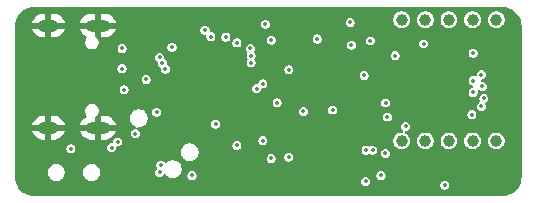
<source format=gbr>
%TF.GenerationSoftware,KiCad,Pcbnew,9.0.4*%
%TF.CreationDate,2025-08-29T23:53:31-07:00*%
%TF.ProjectId,WeatherPill,57656174-6865-4725-9069-6c6c2e6b6963,rev?*%
%TF.SameCoordinates,Original*%
%TF.FileFunction,Copper,L2,Inr*%
%TF.FilePolarity,Positive*%
%FSLAX46Y46*%
G04 Gerber Fmt 4.6, Leading zero omitted, Abs format (unit mm)*
G04 Created by KiCad (PCBNEW 9.0.4) date 2025-08-29 23:53:31*
%MOMM*%
%LPD*%
G01*
G04 APERTURE LIST*
%TA.AperFunction,ComponentPad*%
%ADD10C,1.000000*%
%TD*%
%TA.AperFunction,ComponentPad*%
%ADD11O,2.100000X1.000000*%
%TD*%
%TA.AperFunction,ComponentPad*%
%ADD12O,1.800000X1.000000*%
%TD*%
%TA.AperFunction,ViaPad*%
%ADD13C,0.350000*%
%TD*%
G04 APERTURE END LIST*
D10*
%TO.N,SEG0*%
%TO.C,L1*%
X51750000Y-67575000D03*
%TO.N,SEG1*%
X53750000Y-67575000D03*
%TO.N,SEG2*%
X55750000Y-67575000D03*
%TO.N,SEG3*%
X57750000Y-67575000D03*
%TO.N,SEG4*%
X59750000Y-67575000D03*
%TO.N,SEG5*%
X51750000Y-77825000D03*
%TO.N,COM3*%
X53750000Y-77825000D03*
%TO.N,COM2*%
X55750000Y-77825000D03*
%TO.N,COM1*%
X57750000Y-77825000D03*
%TO.N,COM0*%
X59750000Y-77825000D03*
%TD*%
D11*
%TO.N,GND*%
%TO.C,J2*%
X26024000Y-68070000D03*
X26024000Y-76710000D03*
D12*
X21844000Y-68070000D03*
X21844000Y-76710000D03*
%TD*%
D13*
%TO.N,V_BUS_3V*%
X45900000Y-75200000D03*
X27200000Y-78400000D03*
X40000000Y-73000000D03*
X27700000Y-77900000D03*
X32306250Y-69893750D03*
X29200000Y-77200000D03*
%TO.N,GND*%
X28750000Y-78250000D03*
X49422500Y-71600000D03*
X53241054Y-68358946D03*
X47400000Y-74200000D03*
X36500000Y-71000000D03*
X30250000Y-69500000D03*
X40400000Y-72600000D03*
X33000000Y-79500000D03*
X35350000Y-72250000D03*
X33600000Y-67000000D03*
X34028211Y-77881273D03*
X30000000Y-74800000D03*
X38200000Y-76500000D03*
X43000000Y-74177500D03*
X36425000Y-73325000D03*
X43800000Y-71400000D03*
X29250000Y-67500000D03*
X40600000Y-78000000D03*
X44000000Y-76800000D03*
X29250000Y-82000000D03*
X40849804Y-69950196D03*
X29737266Y-73246645D03*
X45400000Y-72800000D03*
X28500000Y-75750000D03*
X27500000Y-80500000D03*
X20250000Y-76750000D03*
X30000000Y-71400000D03*
X50000000Y-68800000D03*
X42500000Y-69500000D03*
X39400000Y-74200000D03*
X50200000Y-73200000D03*
%TO.N,SDA_1*%
X31750000Y-71750000D03*
X50000000Y-80750000D03*
%TO.N,SCL_1*%
X50375000Y-78875000D03*
X48695000Y-81250000D03*
X51200000Y-70600000D03*
X31500000Y-71250000D03*
X50546446Y-75800000D03*
%TO.N,CS_1*%
X37800000Y-69532502D03*
X40706777Y-69303223D03*
%TO.N,CS_2*%
X36868813Y-69032502D03*
X47500000Y-69725000D03*
%TO.N,V_USB*%
X31000000Y-75400000D03*
X28080000Y-69990000D03*
X30125000Y-72625000D03*
%TO.N,BTN_1*%
X40700000Y-79300000D03*
X39000000Y-71200000D03*
%TO.N,BTN_2*%
X42200000Y-79200000D03*
X39000000Y-70600000D03*
%TO.N,V_BUS_ZONE_1*%
X43427500Y-75322500D03*
X44600000Y-69200000D03*
X50400000Y-74600000D03*
X49293756Y-78614959D03*
X42200000Y-71800000D03*
X47400000Y-67800000D03*
X55400000Y-81572501D03*
%TO.N,CONTROL_ZONE_1*%
X36000000Y-76405084D03*
X41200000Y-74600000D03*
%TO.N,NRST*%
X39465002Y-73400000D03*
X31367169Y-79879025D03*
%TO.N,USB_D-*%
X28071501Y-71696554D03*
X28250000Y-73500000D03*
%TO.N,HDC_DRDY*%
X31250000Y-70750000D03*
X34000000Y-80750000D03*
X31250000Y-80500000D03*
X48736181Y-78600000D03*
%TO.N,SDO_1*%
X35100000Y-68456095D03*
X49100000Y-69357108D03*
%TO.N,SDI_1*%
X35600000Y-69000000D03*
X40208692Y-67951000D03*
X48582875Y-72284290D03*
%TO.N,Net-(D1-PadA)*%
X40000000Y-77800000D03*
X37800000Y-78200000D03*
%TO.N,Net-(BT1-PadP)*%
X23750000Y-78500000D03*
%TO.N,SEG0*%
X53600000Y-69600000D03*
%TO.N,unconnected-(U2-SEG8-Pad20)*%
X57800000Y-72720000D03*
%TO.N,SEG5*%
X57800000Y-70400000D03*
%TO.N,unconnected-(U2-SEG10-Pad22)*%
X57800000Y-73720000D03*
%TO.N,~{DISP_RST}*%
X38950000Y-70000000D03*
%TO.N,unconnected-(U2-SEG12-Pad24)*%
X58500000Y-74900000D03*
%TO.N,unconnected-(U2-SEG13-Pad25)*%
X57700000Y-75600000D03*
%TO.N,unconnected-(U2-SEG9-Pad21)*%
X58580000Y-73220000D03*
%TO.N,unconnected-(U2-SEG11-Pad23)*%
X58700000Y-74220000D03*
%TO.N,unconnected-(U2-SEG7-Pad19)*%
X58500000Y-72220000D03*
%TO.N,COM2*%
X52080000Y-76600000D03*
%TD*%
%TA.AperFunction,Conductor*%
%TO.N,GND*%
G36*
X60304418Y-66500816D02*
G01*
X60501338Y-66514900D01*
X60511866Y-66516108D01*
X60554997Y-66522939D01*
X60561919Y-66524239D01*
X60731734Y-66561180D01*
X60743649Y-66564403D01*
X60776846Y-66575189D01*
X60781837Y-66576930D01*
X60953736Y-66641045D01*
X60966661Y-66646726D01*
X60978263Y-66652638D01*
X60981255Y-66654217D01*
X61156974Y-66750166D01*
X61171848Y-66759724D01*
X61246303Y-66815461D01*
X61340353Y-66885866D01*
X61353723Y-66897452D01*
X61502547Y-67046276D01*
X61514133Y-67059646D01*
X61640271Y-67228146D01*
X61649835Y-67243029D01*
X61649836Y-67243031D01*
X61745751Y-67418686D01*
X61747388Y-67421787D01*
X61753265Y-67433322D01*
X61758959Y-67446277D01*
X61823067Y-67618159D01*
X61824815Y-67623171D01*
X61835588Y-67656324D01*
X61838824Y-67668287D01*
X61875755Y-67838060D01*
X61877062Y-67845021D01*
X61883888Y-67888120D01*
X61885099Y-67898670D01*
X61899184Y-68095582D01*
X61899500Y-68104429D01*
X61899500Y-80895570D01*
X61899184Y-80904417D01*
X61885099Y-81101328D01*
X61883888Y-81111878D01*
X61877062Y-81154977D01*
X61875755Y-81161938D01*
X61838824Y-81331711D01*
X61835588Y-81343674D01*
X61824815Y-81376827D01*
X61823067Y-81381839D01*
X61758959Y-81553721D01*
X61753261Y-81566683D01*
X61753260Y-81566685D01*
X61747394Y-81578197D01*
X61745743Y-81581326D01*
X61649838Y-81756965D01*
X61640273Y-81771850D01*
X61514133Y-81940353D01*
X61502547Y-81953723D01*
X61353723Y-82102547D01*
X61340353Y-82114133D01*
X61171850Y-82240273D01*
X61156968Y-82249836D01*
X61156965Y-82249838D01*
X60981326Y-82345743D01*
X60978197Y-82347394D01*
X60966685Y-82353260D01*
X60953721Y-82358959D01*
X60781839Y-82423067D01*
X60776827Y-82424815D01*
X60743674Y-82435588D01*
X60731711Y-82438824D01*
X60561938Y-82475755D01*
X60554977Y-82477062D01*
X60511878Y-82483888D01*
X60501328Y-82485099D01*
X60304418Y-82499184D01*
X60295571Y-82499500D01*
X20604429Y-82499500D01*
X20595582Y-82499184D01*
X20398670Y-82485099D01*
X20388120Y-82483888D01*
X20345021Y-82477062D01*
X20338060Y-82475755D01*
X20168287Y-82438824D01*
X20156324Y-82435588D01*
X20123171Y-82424815D01*
X20118159Y-82423067D01*
X19946277Y-82358959D01*
X19933322Y-82353265D01*
X19921787Y-82347388D01*
X19918686Y-82345751D01*
X19918671Y-82345743D01*
X19743029Y-82249835D01*
X19728146Y-82240271D01*
X19559646Y-82114133D01*
X19546276Y-82102547D01*
X19397452Y-81953723D01*
X19385866Y-81940353D01*
X19326908Y-81861594D01*
X19259724Y-81771848D01*
X19250166Y-81756974D01*
X19154217Y-81581255D01*
X19152638Y-81578263D01*
X19146726Y-81566661D01*
X19141045Y-81553736D01*
X19076930Y-81381837D01*
X19075183Y-81376827D01*
X19064403Y-81343649D01*
X19061180Y-81331734D01*
X19024239Y-81161919D01*
X19022939Y-81154997D01*
X19016108Y-81111866D01*
X19014900Y-81101338D01*
X19000816Y-80904417D01*
X19000500Y-80895572D01*
X19000500Y-80424442D01*
X21779600Y-80424442D01*
X21779600Y-80566357D01*
X21807282Y-80705525D01*
X21807284Y-80705533D01*
X21861588Y-80836633D01*
X21861593Y-80836643D01*
X21940428Y-80954627D01*
X21940431Y-80954631D01*
X22040768Y-81054968D01*
X22040772Y-81054971D01*
X22158756Y-81133806D01*
X22158760Y-81133808D01*
X22158763Y-81133810D01*
X22289867Y-81188116D01*
X22425709Y-81215136D01*
X22429042Y-81215799D01*
X22429046Y-81215800D01*
X22429047Y-81215800D01*
X22570954Y-81215800D01*
X22570955Y-81215799D01*
X22710133Y-81188116D01*
X22841237Y-81133810D01*
X22959228Y-81054971D01*
X23059571Y-80954628D01*
X23138410Y-80836637D01*
X23192716Y-80705533D01*
X23220400Y-80566353D01*
X23220400Y-80424447D01*
X23220399Y-80424442D01*
X24779600Y-80424442D01*
X24779600Y-80566357D01*
X24807282Y-80705525D01*
X24807284Y-80705533D01*
X24861588Y-80836633D01*
X24861593Y-80836643D01*
X24940428Y-80954627D01*
X24940431Y-80954631D01*
X25040768Y-81054968D01*
X25040772Y-81054971D01*
X25158756Y-81133806D01*
X25158760Y-81133808D01*
X25158763Y-81133810D01*
X25289867Y-81188116D01*
X25425709Y-81215136D01*
X25429042Y-81215799D01*
X25429046Y-81215800D01*
X25429047Y-81215800D01*
X25570954Y-81215800D01*
X25570955Y-81215799D01*
X25652844Y-81199511D01*
X48311500Y-81199511D01*
X48311500Y-81300489D01*
X48337635Y-81398025D01*
X48388124Y-81485474D01*
X48459526Y-81556876D01*
X48546975Y-81607365D01*
X48644511Y-81633500D01*
X48644514Y-81633500D01*
X48745486Y-81633500D01*
X48745489Y-81633500D01*
X48843025Y-81607365D01*
X48930474Y-81556876D01*
X48965338Y-81522012D01*
X55016500Y-81522012D01*
X55016500Y-81622990D01*
X55042635Y-81720526D01*
X55093124Y-81807975D01*
X55164526Y-81879377D01*
X55251975Y-81929866D01*
X55349511Y-81956001D01*
X55349514Y-81956001D01*
X55450486Y-81956001D01*
X55450489Y-81956001D01*
X55548025Y-81929866D01*
X55635474Y-81879377D01*
X55706876Y-81807975D01*
X55757365Y-81720526D01*
X55783500Y-81622990D01*
X55783500Y-81522012D01*
X55757365Y-81424476D01*
X55706876Y-81337027D01*
X55635474Y-81265625D01*
X55548025Y-81215136D01*
X55450489Y-81189001D01*
X55349511Y-81189001D01*
X55251975Y-81215136D01*
X55251973Y-81215136D01*
X55251973Y-81215137D01*
X55164526Y-81265625D01*
X55164523Y-81265627D01*
X55093126Y-81337024D01*
X55093124Y-81337027D01*
X55057907Y-81398025D01*
X55042635Y-81424476D01*
X55016500Y-81522012D01*
X48965338Y-81522012D01*
X49001876Y-81485474D01*
X49052365Y-81398025D01*
X49078500Y-81300489D01*
X49078500Y-81199511D01*
X49052365Y-81101975D01*
X49001876Y-81014526D01*
X48930474Y-80943124D01*
X48843025Y-80892635D01*
X48745489Y-80866500D01*
X48644511Y-80866500D01*
X48546975Y-80892635D01*
X48546973Y-80892635D01*
X48546973Y-80892636D01*
X48459526Y-80943124D01*
X48459523Y-80943126D01*
X48388126Y-81014523D01*
X48388124Y-81014526D01*
X48338009Y-81101328D01*
X48337635Y-81101975D01*
X48311500Y-81199511D01*
X25652844Y-81199511D01*
X25710133Y-81188116D01*
X25841237Y-81133810D01*
X25959228Y-81054971D01*
X26059571Y-80954628D01*
X26138410Y-80836637D01*
X26192716Y-80705533D01*
X26220400Y-80566353D01*
X26220400Y-80449511D01*
X30866500Y-80449511D01*
X30866500Y-80550489D01*
X30892635Y-80648025D01*
X30943124Y-80735474D01*
X31014526Y-80806876D01*
X31101975Y-80857365D01*
X31199511Y-80883500D01*
X31199514Y-80883500D01*
X31300486Y-80883500D01*
X31300489Y-80883500D01*
X31398025Y-80857365D01*
X31485474Y-80806876D01*
X31556876Y-80735474D01*
X31583976Y-80688534D01*
X31634543Y-80640320D01*
X31703150Y-80627096D01*
X31768014Y-80653064D01*
X31794465Y-80681644D01*
X31799316Y-80688904D01*
X31799319Y-80688908D01*
X31903194Y-80792783D01*
X31903198Y-80792786D01*
X32025342Y-80874401D01*
X32025348Y-80874404D01*
X32025349Y-80874405D01*
X32161076Y-80930625D01*
X32305158Y-80959284D01*
X32305162Y-80959285D01*
X32305163Y-80959285D01*
X32452074Y-80959285D01*
X32452075Y-80959284D01*
X32596160Y-80930625D01*
X32731887Y-80874405D01*
X32854038Y-80792786D01*
X32947313Y-80699511D01*
X33616500Y-80699511D01*
X33616500Y-80800489D01*
X33642635Y-80898025D01*
X33693124Y-80985474D01*
X33764526Y-81056876D01*
X33851975Y-81107365D01*
X33949511Y-81133500D01*
X33949514Y-81133500D01*
X34050486Y-81133500D01*
X34050489Y-81133500D01*
X34148025Y-81107365D01*
X34235474Y-81056876D01*
X34306876Y-80985474D01*
X34357365Y-80898025D01*
X34383500Y-80800489D01*
X34383500Y-80699511D01*
X49616500Y-80699511D01*
X49616500Y-80800489D01*
X49642635Y-80898025D01*
X49693124Y-80985474D01*
X49764526Y-81056876D01*
X49851975Y-81107365D01*
X49949511Y-81133500D01*
X49949514Y-81133500D01*
X50050486Y-81133500D01*
X50050489Y-81133500D01*
X50148025Y-81107365D01*
X50235474Y-81056876D01*
X50306876Y-80985474D01*
X50357365Y-80898025D01*
X50383500Y-80800489D01*
X50383500Y-80699511D01*
X50357365Y-80601975D01*
X50306876Y-80514526D01*
X50235474Y-80443124D01*
X50148025Y-80392635D01*
X50050489Y-80366500D01*
X49949511Y-80366500D01*
X49851975Y-80392635D01*
X49851973Y-80392635D01*
X49851973Y-80392636D01*
X49764526Y-80443124D01*
X49764523Y-80443126D01*
X49693126Y-80514523D01*
X49693124Y-80514526D01*
X49662967Y-80566760D01*
X49642635Y-80601975D01*
X49616500Y-80699511D01*
X34383500Y-80699511D01*
X34357365Y-80601975D01*
X34306876Y-80514526D01*
X34235474Y-80443124D01*
X34148025Y-80392635D01*
X34050489Y-80366500D01*
X33949511Y-80366500D01*
X33851975Y-80392635D01*
X33851973Y-80392635D01*
X33851973Y-80392636D01*
X33764526Y-80443124D01*
X33764523Y-80443126D01*
X33693126Y-80514523D01*
X33693124Y-80514526D01*
X33662967Y-80566760D01*
X33642635Y-80601975D01*
X33616500Y-80699511D01*
X32947313Y-80699511D01*
X32957919Y-80688905D01*
X32999219Y-80627096D01*
X33002295Y-80622493D01*
X33039534Y-80566760D01*
X33039534Y-80566759D01*
X33039538Y-80566754D01*
X33095758Y-80431027D01*
X33124418Y-80286940D01*
X33124418Y-80140030D01*
X33095758Y-79995943D01*
X33039538Y-79860216D01*
X33039537Y-79860215D01*
X33039534Y-79860209D01*
X32957919Y-79738065D01*
X32957916Y-79738061D01*
X32854041Y-79634186D01*
X32854037Y-79634183D01*
X32731893Y-79552568D01*
X32731884Y-79552563D01*
X32596162Y-79496346D01*
X32596163Y-79496346D01*
X32596160Y-79496345D01*
X32596156Y-79496344D01*
X32596152Y-79496343D01*
X32452077Y-79467685D01*
X32452073Y-79467685D01*
X32305163Y-79467685D01*
X32305158Y-79467685D01*
X32161083Y-79496343D01*
X32161073Y-79496346D01*
X32025351Y-79552563D01*
X32025342Y-79552568D01*
X31903198Y-79634183D01*
X31903194Y-79634186D01*
X31868760Y-79668621D01*
X31807437Y-79702106D01*
X31737745Y-79697122D01*
X31681812Y-79655250D01*
X31674405Y-79644021D01*
X31674047Y-79643554D01*
X31674045Y-79643551D01*
X31602643Y-79572149D01*
X31515194Y-79521660D01*
X31417658Y-79495525D01*
X31316680Y-79495525D01*
X31219144Y-79521660D01*
X31219142Y-79521660D01*
X31219142Y-79521661D01*
X31131695Y-79572149D01*
X31131692Y-79572151D01*
X31060295Y-79643548D01*
X31060293Y-79643551D01*
X31029364Y-79697122D01*
X31009804Y-79731000D01*
X30983669Y-79828536D01*
X30983669Y-79929514D01*
X31009804Y-80027050D01*
X31015071Y-80036172D01*
X31024745Y-80052928D01*
X31041218Y-80120828D01*
X31018366Y-80186855D01*
X31005040Y-80202610D01*
X30943124Y-80264526D01*
X30892635Y-80351975D01*
X30866500Y-80449511D01*
X26220400Y-80449511D01*
X26220400Y-80424447D01*
X26192716Y-80285267D01*
X26138410Y-80154163D01*
X26138408Y-80154160D01*
X26138406Y-80154156D01*
X26059571Y-80036172D01*
X26059568Y-80036168D01*
X25959231Y-79935831D01*
X25959227Y-79935828D01*
X25841243Y-79856993D01*
X25841233Y-79856988D01*
X25710133Y-79802684D01*
X25710125Y-79802682D01*
X25570957Y-79775000D01*
X25570953Y-79775000D01*
X25429047Y-79775000D01*
X25429042Y-79775000D01*
X25289874Y-79802682D01*
X25289866Y-79802684D01*
X25158766Y-79856988D01*
X25158756Y-79856993D01*
X25040772Y-79935828D01*
X25040768Y-79935831D01*
X24940431Y-80036168D01*
X24940428Y-80036172D01*
X24861593Y-80154156D01*
X24861588Y-80154166D01*
X24807284Y-80285266D01*
X24807282Y-80285274D01*
X24779600Y-80424442D01*
X23220399Y-80424442D01*
X23192716Y-80285267D01*
X23138410Y-80154163D01*
X23138408Y-80154160D01*
X23138406Y-80154156D01*
X23059571Y-80036172D01*
X23059568Y-80036168D01*
X22959231Y-79935831D01*
X22959227Y-79935828D01*
X22841243Y-79856993D01*
X22841233Y-79856988D01*
X22710133Y-79802684D01*
X22710125Y-79802682D01*
X22570957Y-79775000D01*
X22570953Y-79775000D01*
X22429047Y-79775000D01*
X22429042Y-79775000D01*
X22289874Y-79802682D01*
X22289866Y-79802684D01*
X22158766Y-79856988D01*
X22158756Y-79856993D01*
X22040772Y-79935828D01*
X22040768Y-79935831D01*
X21940431Y-80036168D01*
X21940428Y-80036172D01*
X21861593Y-80154156D01*
X21861588Y-80154166D01*
X21807284Y-80285266D01*
X21807282Y-80285274D01*
X21779600Y-80424442D01*
X19000500Y-80424442D01*
X19000500Y-78449511D01*
X23366500Y-78449511D01*
X23366500Y-78550489D01*
X23392635Y-78648025D01*
X23443124Y-78735474D01*
X23514526Y-78806876D01*
X23601975Y-78857365D01*
X23699511Y-78883500D01*
X23699514Y-78883500D01*
X23800486Y-78883500D01*
X23800489Y-78883500D01*
X23898025Y-78857365D01*
X23985474Y-78806876D01*
X24056876Y-78735474D01*
X24107365Y-78648025D01*
X24133500Y-78550489D01*
X24133500Y-78449511D01*
X24107365Y-78351975D01*
X24105942Y-78349511D01*
X26816500Y-78349511D01*
X26816500Y-78450489D01*
X26842635Y-78548025D01*
X26893124Y-78635474D01*
X26964526Y-78706876D01*
X27051975Y-78757365D01*
X27149511Y-78783500D01*
X27149514Y-78783500D01*
X27250486Y-78783500D01*
X27250489Y-78783500D01*
X27348025Y-78757365D01*
X27435474Y-78706876D01*
X27439166Y-78703184D01*
X33069659Y-78703184D01*
X33069659Y-78850103D01*
X33098317Y-78994178D01*
X33098320Y-78994188D01*
X33154537Y-79129910D01*
X33154542Y-79129919D01*
X33236157Y-79252063D01*
X33236160Y-79252067D01*
X33340035Y-79355942D01*
X33340039Y-79355945D01*
X33462183Y-79437560D01*
X33462189Y-79437563D01*
X33462190Y-79437564D01*
X33597917Y-79493784D01*
X33741999Y-79522443D01*
X33742003Y-79522444D01*
X33742004Y-79522444D01*
X33888915Y-79522444D01*
X33888916Y-79522443D01*
X34033001Y-79493784D01*
X34168728Y-79437564D01*
X34290879Y-79355945D01*
X34394760Y-79252064D01*
X34396466Y-79249511D01*
X40316500Y-79249511D01*
X40316500Y-79350489D01*
X40342635Y-79448025D01*
X40393124Y-79535474D01*
X40464526Y-79606876D01*
X40551975Y-79657365D01*
X40649511Y-79683500D01*
X40649514Y-79683500D01*
X40750486Y-79683500D01*
X40750489Y-79683500D01*
X40848025Y-79657365D01*
X40935474Y-79606876D01*
X41006876Y-79535474D01*
X41057365Y-79448025D01*
X41083500Y-79350489D01*
X41083500Y-79249511D01*
X41057365Y-79151975D01*
X41055942Y-79149511D01*
X41816500Y-79149511D01*
X41816500Y-79250489D01*
X41842635Y-79348025D01*
X41893124Y-79435474D01*
X41964526Y-79506876D01*
X42051975Y-79557365D01*
X42149511Y-79583500D01*
X42149514Y-79583500D01*
X42250486Y-79583500D01*
X42250489Y-79583500D01*
X42348025Y-79557365D01*
X42435474Y-79506876D01*
X42506876Y-79435474D01*
X42557365Y-79348025D01*
X42583500Y-79250489D01*
X42583500Y-79149511D01*
X42557365Y-79051975D01*
X42506876Y-78964526D01*
X42435474Y-78893124D01*
X42348025Y-78842635D01*
X42250489Y-78816500D01*
X42149511Y-78816500D01*
X42051975Y-78842635D01*
X42051973Y-78842635D01*
X42051973Y-78842636D01*
X41964526Y-78893124D01*
X41964523Y-78893126D01*
X41893126Y-78964523D01*
X41893124Y-78964526D01*
X41875999Y-78994188D01*
X41842635Y-79051975D01*
X41816500Y-79149511D01*
X41055942Y-79149511D01*
X41033404Y-79110474D01*
X41006876Y-79064526D01*
X40935474Y-78993124D01*
X40848025Y-78942635D01*
X40750489Y-78916500D01*
X40649511Y-78916500D01*
X40551975Y-78942635D01*
X40551973Y-78942635D01*
X40551973Y-78942636D01*
X40464526Y-78993124D01*
X40464523Y-78993126D01*
X40393126Y-79064523D01*
X40393124Y-79064526D01*
X40344058Y-79149511D01*
X40342635Y-79151975D01*
X40316500Y-79249511D01*
X34396466Y-79249511D01*
X34476379Y-79129913D01*
X34532599Y-78994186D01*
X34561259Y-78850099D01*
X34561259Y-78703189D01*
X34532599Y-78559102D01*
X34476379Y-78423375D01*
X34476378Y-78423374D01*
X34476375Y-78423368D01*
X34394760Y-78301224D01*
X34394757Y-78301220D01*
X34290882Y-78197345D01*
X34290878Y-78197342D01*
X34219295Y-78149511D01*
X37416500Y-78149511D01*
X37416500Y-78250489D01*
X37442635Y-78348025D01*
X37493124Y-78435474D01*
X37564526Y-78506876D01*
X37651975Y-78557365D01*
X37749511Y-78583500D01*
X37749514Y-78583500D01*
X37850486Y-78583500D01*
X37850489Y-78583500D01*
X37948025Y-78557365D01*
X37961628Y-78549511D01*
X48352681Y-78549511D01*
X48352681Y-78650489D01*
X48378816Y-78748025D01*
X48429305Y-78835474D01*
X48500707Y-78906876D01*
X48588156Y-78957365D01*
X48685692Y-78983500D01*
X48685695Y-78983500D01*
X48786667Y-78983500D01*
X48786670Y-78983500D01*
X48884206Y-78957365D01*
X48940013Y-78925144D01*
X49007911Y-78908671D01*
X49064012Y-78925143D01*
X49145731Y-78972324D01*
X49243267Y-78998459D01*
X49243270Y-78998459D01*
X49344242Y-78998459D01*
X49344245Y-78998459D01*
X49441781Y-78972324D01*
X49529230Y-78921835D01*
X49600632Y-78850433D01*
X49615598Y-78824511D01*
X49991500Y-78824511D01*
X49991500Y-78925489D01*
X50017635Y-79023025D01*
X50068124Y-79110474D01*
X50139526Y-79181876D01*
X50226975Y-79232365D01*
X50324511Y-79258500D01*
X50324514Y-79258500D01*
X50425486Y-79258500D01*
X50425489Y-79258500D01*
X50523025Y-79232365D01*
X50610474Y-79181876D01*
X50681876Y-79110474D01*
X50732365Y-79023025D01*
X50758500Y-78925489D01*
X50758500Y-78824511D01*
X50732365Y-78726975D01*
X50681876Y-78639526D01*
X50610474Y-78568124D01*
X50523025Y-78517635D01*
X50425489Y-78491500D01*
X50324511Y-78491500D01*
X50226975Y-78517635D01*
X50226973Y-78517635D01*
X50226973Y-78517636D01*
X50139526Y-78568124D01*
X50139523Y-78568126D01*
X50068126Y-78639523D01*
X50068124Y-78639526D01*
X50031369Y-78703188D01*
X50017635Y-78726975D01*
X49991500Y-78824511D01*
X49615598Y-78824511D01*
X49651121Y-78762984D01*
X49677256Y-78665448D01*
X49677256Y-78564470D01*
X49651121Y-78466934D01*
X49600632Y-78379485D01*
X49529230Y-78308083D01*
X49441781Y-78257594D01*
X49344245Y-78231459D01*
X49243267Y-78231459D01*
X49153726Y-78255451D01*
X49145727Y-78257595D01*
X49089923Y-78289814D01*
X49022023Y-78306287D01*
X48965923Y-78289814D01*
X48884209Y-78242636D01*
X48884210Y-78242636D01*
X48876210Y-78240492D01*
X48786670Y-78216500D01*
X48685692Y-78216500D01*
X48588156Y-78242635D01*
X48588154Y-78242635D01*
X48588154Y-78242636D01*
X48500707Y-78293124D01*
X48500704Y-78293126D01*
X48429307Y-78364523D01*
X48429305Y-78364526D01*
X48380239Y-78449511D01*
X48378816Y-78451975D01*
X48352681Y-78549511D01*
X37961628Y-78549511D01*
X38035474Y-78506876D01*
X38106876Y-78435474D01*
X38157365Y-78348025D01*
X38183500Y-78250489D01*
X38183500Y-78149511D01*
X38157365Y-78051975D01*
X38106876Y-77964526D01*
X38035474Y-77893124D01*
X37971382Y-77856120D01*
X37958653Y-77848771D01*
X37958651Y-77848769D01*
X37948028Y-77842636D01*
X37948029Y-77842636D01*
X37940029Y-77840492D01*
X37850489Y-77816500D01*
X37749511Y-77816500D01*
X37651975Y-77842635D01*
X37651973Y-77842635D01*
X37651973Y-77842636D01*
X37564526Y-77893124D01*
X37564523Y-77893126D01*
X37493126Y-77964523D01*
X37493124Y-77964526D01*
X37444916Y-78048025D01*
X37442635Y-78051975D01*
X37416500Y-78149511D01*
X34219295Y-78149511D01*
X34168734Y-78115727D01*
X34168725Y-78115722D01*
X34033003Y-78059505D01*
X34033004Y-78059505D01*
X34033001Y-78059504D01*
X34032997Y-78059503D01*
X34032993Y-78059502D01*
X33888918Y-78030844D01*
X33888914Y-78030844D01*
X33742004Y-78030844D01*
X33741999Y-78030844D01*
X33597924Y-78059502D01*
X33597914Y-78059505D01*
X33462192Y-78115722D01*
X33462183Y-78115727D01*
X33340039Y-78197342D01*
X33340035Y-78197345D01*
X33236160Y-78301220D01*
X33236157Y-78301224D01*
X33154542Y-78423368D01*
X33154537Y-78423377D01*
X33098320Y-78559099D01*
X33098317Y-78559109D01*
X33069659Y-78703184D01*
X27439166Y-78703184D01*
X27506876Y-78635474D01*
X27557365Y-78548025D01*
X27583500Y-78450489D01*
X27583500Y-78407500D01*
X27603185Y-78340461D01*
X27655989Y-78294706D01*
X27707500Y-78283500D01*
X27750486Y-78283500D01*
X27750489Y-78283500D01*
X27848025Y-78257365D01*
X27935474Y-78206876D01*
X28006876Y-78135474D01*
X28057365Y-78048025D01*
X28083500Y-77950489D01*
X28083500Y-77849511D01*
X28057365Y-77751975D01*
X28055942Y-77749511D01*
X39616500Y-77749511D01*
X39616500Y-77850489D01*
X39642635Y-77948025D01*
X39693124Y-78035474D01*
X39764526Y-78106876D01*
X39851975Y-78157365D01*
X39949511Y-78183500D01*
X39949514Y-78183500D01*
X40050486Y-78183500D01*
X40050489Y-78183500D01*
X40148025Y-78157365D01*
X40235474Y-78106876D01*
X40306876Y-78035474D01*
X40357365Y-77948025D01*
X40383500Y-77850489D01*
X40383500Y-77755214D01*
X51041500Y-77755214D01*
X51041500Y-77894785D01*
X51068725Y-78031654D01*
X51068727Y-78031662D01*
X51122134Y-78160597D01*
X51122139Y-78160607D01*
X51199671Y-78276641D01*
X51199674Y-78276645D01*
X51298354Y-78375325D01*
X51298358Y-78375328D01*
X51414392Y-78452860D01*
X51414396Y-78452862D01*
X51414399Y-78452864D01*
X51543338Y-78506273D01*
X51680214Y-78533499D01*
X51680218Y-78533500D01*
X51680219Y-78533500D01*
X51819782Y-78533500D01*
X51819783Y-78533499D01*
X51956662Y-78506273D01*
X52085601Y-78452864D01*
X52201642Y-78375328D01*
X52300328Y-78276642D01*
X52377864Y-78160601D01*
X52431273Y-78031662D01*
X52458500Y-77894781D01*
X52458500Y-77755219D01*
X52458499Y-77755214D01*
X53041500Y-77755214D01*
X53041500Y-77894785D01*
X53068725Y-78031654D01*
X53068727Y-78031662D01*
X53122134Y-78160597D01*
X53122139Y-78160607D01*
X53199671Y-78276641D01*
X53199674Y-78276645D01*
X53298354Y-78375325D01*
X53298358Y-78375328D01*
X53414392Y-78452860D01*
X53414396Y-78452862D01*
X53414399Y-78452864D01*
X53543338Y-78506273D01*
X53680214Y-78533499D01*
X53680218Y-78533500D01*
X53680219Y-78533500D01*
X53819782Y-78533500D01*
X53819783Y-78533499D01*
X53956662Y-78506273D01*
X54085601Y-78452864D01*
X54201642Y-78375328D01*
X54300328Y-78276642D01*
X54377864Y-78160601D01*
X54431273Y-78031662D01*
X54458500Y-77894781D01*
X54458500Y-77755219D01*
X54458499Y-77755214D01*
X55041500Y-77755214D01*
X55041500Y-77894785D01*
X55068725Y-78031654D01*
X55068727Y-78031662D01*
X55122134Y-78160597D01*
X55122139Y-78160607D01*
X55199671Y-78276641D01*
X55199674Y-78276645D01*
X55298354Y-78375325D01*
X55298358Y-78375328D01*
X55414392Y-78452860D01*
X55414396Y-78452862D01*
X55414399Y-78452864D01*
X55543338Y-78506273D01*
X55680214Y-78533499D01*
X55680218Y-78533500D01*
X55680219Y-78533500D01*
X55819782Y-78533500D01*
X55819783Y-78533499D01*
X55956662Y-78506273D01*
X56085601Y-78452864D01*
X56201642Y-78375328D01*
X56300328Y-78276642D01*
X56377864Y-78160601D01*
X56431273Y-78031662D01*
X56458500Y-77894781D01*
X56458500Y-77755219D01*
X56458499Y-77755214D01*
X57041500Y-77755214D01*
X57041500Y-77894785D01*
X57068725Y-78031654D01*
X57068727Y-78031662D01*
X57122134Y-78160597D01*
X57122139Y-78160607D01*
X57199671Y-78276641D01*
X57199674Y-78276645D01*
X57298354Y-78375325D01*
X57298358Y-78375328D01*
X57414392Y-78452860D01*
X57414396Y-78452862D01*
X57414399Y-78452864D01*
X57543338Y-78506273D01*
X57680214Y-78533499D01*
X57680218Y-78533500D01*
X57680219Y-78533500D01*
X57819782Y-78533500D01*
X57819783Y-78533499D01*
X57956662Y-78506273D01*
X58085601Y-78452864D01*
X58201642Y-78375328D01*
X58300328Y-78276642D01*
X58377864Y-78160601D01*
X58431273Y-78031662D01*
X58458500Y-77894781D01*
X58458500Y-77755219D01*
X58458499Y-77755214D01*
X59041500Y-77755214D01*
X59041500Y-77894785D01*
X59068725Y-78031654D01*
X59068727Y-78031662D01*
X59122134Y-78160597D01*
X59122139Y-78160607D01*
X59199671Y-78276641D01*
X59199674Y-78276645D01*
X59298354Y-78375325D01*
X59298358Y-78375328D01*
X59414392Y-78452860D01*
X59414396Y-78452862D01*
X59414399Y-78452864D01*
X59543338Y-78506273D01*
X59680214Y-78533499D01*
X59680218Y-78533500D01*
X59680219Y-78533500D01*
X59819782Y-78533500D01*
X59819783Y-78533499D01*
X59956662Y-78506273D01*
X60085601Y-78452864D01*
X60201642Y-78375328D01*
X60300328Y-78276642D01*
X60377864Y-78160601D01*
X60431273Y-78031662D01*
X60458500Y-77894781D01*
X60458500Y-77755219D01*
X60431273Y-77618338D01*
X60377864Y-77489399D01*
X60377862Y-77489396D01*
X60377860Y-77489392D01*
X60300328Y-77373358D01*
X60300325Y-77373354D01*
X60201645Y-77274674D01*
X60201641Y-77274671D01*
X60085607Y-77197139D01*
X60085597Y-77197134D01*
X59956662Y-77143727D01*
X59956654Y-77143725D01*
X59819785Y-77116500D01*
X59819781Y-77116500D01*
X59680219Y-77116500D01*
X59680214Y-77116500D01*
X59543345Y-77143725D01*
X59543337Y-77143727D01*
X59414402Y-77197134D01*
X59414392Y-77197139D01*
X59298358Y-77274671D01*
X59298354Y-77274674D01*
X59199674Y-77373354D01*
X59199671Y-77373358D01*
X59122139Y-77489392D01*
X59122134Y-77489402D01*
X59068727Y-77618337D01*
X59068725Y-77618345D01*
X59041500Y-77755214D01*
X58458499Y-77755214D01*
X58431273Y-77618338D01*
X58377864Y-77489399D01*
X58377862Y-77489396D01*
X58377860Y-77489392D01*
X58300328Y-77373358D01*
X58300325Y-77373354D01*
X58201645Y-77274674D01*
X58201641Y-77274671D01*
X58085607Y-77197139D01*
X58085597Y-77197134D01*
X57956662Y-77143727D01*
X57956654Y-77143725D01*
X57819785Y-77116500D01*
X57819781Y-77116500D01*
X57680219Y-77116500D01*
X57680214Y-77116500D01*
X57543345Y-77143725D01*
X57543337Y-77143727D01*
X57414402Y-77197134D01*
X57414392Y-77197139D01*
X57298358Y-77274671D01*
X57298354Y-77274674D01*
X57199674Y-77373354D01*
X57199671Y-77373358D01*
X57122139Y-77489392D01*
X57122134Y-77489402D01*
X57068727Y-77618337D01*
X57068725Y-77618345D01*
X57041500Y-77755214D01*
X56458499Y-77755214D01*
X56431273Y-77618338D01*
X56377864Y-77489399D01*
X56377862Y-77489396D01*
X56377860Y-77489392D01*
X56300328Y-77373358D01*
X56300325Y-77373354D01*
X56201645Y-77274674D01*
X56201641Y-77274671D01*
X56085607Y-77197139D01*
X56085597Y-77197134D01*
X55956662Y-77143727D01*
X55956654Y-77143725D01*
X55819785Y-77116500D01*
X55819781Y-77116500D01*
X55680219Y-77116500D01*
X55680214Y-77116500D01*
X55543345Y-77143725D01*
X55543337Y-77143727D01*
X55414402Y-77197134D01*
X55414392Y-77197139D01*
X55298358Y-77274671D01*
X55298354Y-77274674D01*
X55199674Y-77373354D01*
X55199671Y-77373358D01*
X55122139Y-77489392D01*
X55122134Y-77489402D01*
X55068727Y-77618337D01*
X55068725Y-77618345D01*
X55041500Y-77755214D01*
X54458499Y-77755214D01*
X54431273Y-77618338D01*
X54377864Y-77489399D01*
X54377862Y-77489396D01*
X54377860Y-77489392D01*
X54300328Y-77373358D01*
X54300325Y-77373354D01*
X54201645Y-77274674D01*
X54201641Y-77274671D01*
X54085607Y-77197139D01*
X54085597Y-77197134D01*
X53956662Y-77143727D01*
X53956654Y-77143725D01*
X53819785Y-77116500D01*
X53819781Y-77116500D01*
X53680219Y-77116500D01*
X53680214Y-77116500D01*
X53543345Y-77143725D01*
X53543337Y-77143727D01*
X53414402Y-77197134D01*
X53414392Y-77197139D01*
X53298358Y-77274671D01*
X53298354Y-77274674D01*
X53199674Y-77373354D01*
X53199671Y-77373358D01*
X53122139Y-77489392D01*
X53122134Y-77489402D01*
X53068727Y-77618337D01*
X53068725Y-77618345D01*
X53041500Y-77755214D01*
X52458499Y-77755214D01*
X52431273Y-77618338D01*
X52377864Y-77489399D01*
X52377862Y-77489396D01*
X52377860Y-77489392D01*
X52300328Y-77373358D01*
X52300325Y-77373354D01*
X52201645Y-77274674D01*
X52201641Y-77274671D01*
X52097788Y-77205278D01*
X52052983Y-77151666D01*
X52044276Y-77082341D01*
X52074431Y-77019313D01*
X52133874Y-76982594D01*
X52134201Y-76982505D01*
X52228025Y-76957365D01*
X52315474Y-76906876D01*
X52386876Y-76835474D01*
X52437365Y-76748025D01*
X52463500Y-76650489D01*
X52463500Y-76549511D01*
X52437365Y-76451975D01*
X52386876Y-76364526D01*
X52315474Y-76293124D01*
X52228025Y-76242635D01*
X52130489Y-76216500D01*
X52029511Y-76216500D01*
X51931975Y-76242635D01*
X51931973Y-76242635D01*
X51931973Y-76242636D01*
X51844526Y-76293124D01*
X51844523Y-76293126D01*
X51773126Y-76364523D01*
X51773124Y-76364526D01*
X51722635Y-76451975D01*
X51696500Y-76549511D01*
X51696500Y-76650489D01*
X51722635Y-76748025D01*
X51773124Y-76835474D01*
X51773126Y-76835476D01*
X51842469Y-76904819D01*
X51875954Y-76966142D01*
X51870970Y-77035834D01*
X51829098Y-77091767D01*
X51763634Y-77116184D01*
X51754788Y-77116500D01*
X51680214Y-77116500D01*
X51543345Y-77143725D01*
X51543337Y-77143727D01*
X51414402Y-77197134D01*
X51414392Y-77197139D01*
X51298358Y-77274671D01*
X51298354Y-77274674D01*
X51199674Y-77373354D01*
X51199671Y-77373358D01*
X51122139Y-77489392D01*
X51122134Y-77489402D01*
X51068727Y-77618337D01*
X51068725Y-77618345D01*
X51041500Y-77755214D01*
X40383500Y-77755214D01*
X40383500Y-77749511D01*
X40357365Y-77651975D01*
X40306876Y-77564526D01*
X40235474Y-77493124D01*
X40148025Y-77442635D01*
X40050489Y-77416500D01*
X39949511Y-77416500D01*
X39851975Y-77442635D01*
X39851973Y-77442635D01*
X39851973Y-77442636D01*
X39764526Y-77493124D01*
X39764523Y-77493126D01*
X39693126Y-77564523D01*
X39693124Y-77564526D01*
X39674842Y-77596192D01*
X39642635Y-77651975D01*
X39616500Y-77749511D01*
X28055942Y-77749511D01*
X28006876Y-77664526D01*
X27935474Y-77593124D01*
X27848025Y-77542635D01*
X27750489Y-77516500D01*
X27649511Y-77516500D01*
X27551975Y-77542635D01*
X27551973Y-77542635D01*
X27551973Y-77542636D01*
X27464526Y-77593124D01*
X27464523Y-77593126D01*
X27393126Y-77664523D01*
X27393124Y-77664526D01*
X27344058Y-77749511D01*
X27342635Y-77751975D01*
X27316500Y-77849511D01*
X27316500Y-77849513D01*
X27316500Y-77892500D01*
X27296815Y-77959539D01*
X27244011Y-78005294D01*
X27192500Y-78016500D01*
X27149511Y-78016500D01*
X27051975Y-78042635D01*
X27051973Y-78042635D01*
X27051973Y-78042636D01*
X26964526Y-78093124D01*
X26964523Y-78093126D01*
X26893126Y-78164523D01*
X26893124Y-78164526D01*
X26842635Y-78251975D01*
X26816500Y-78349511D01*
X24105942Y-78349511D01*
X24082025Y-78308085D01*
X24056876Y-78264526D01*
X23985474Y-78193124D01*
X23898025Y-78142635D01*
X23800489Y-78116500D01*
X23699511Y-78116500D01*
X23601975Y-78142635D01*
X23601973Y-78142635D01*
X23601973Y-78142636D01*
X23514526Y-78193124D01*
X23514523Y-78193126D01*
X23443126Y-78264523D01*
X23443124Y-78264526D01*
X23394058Y-78349511D01*
X23392635Y-78351975D01*
X23366500Y-78449511D01*
X19000500Y-78449511D01*
X19000500Y-76460000D01*
X20474138Y-76460000D01*
X21277012Y-76460000D01*
X21259795Y-76469940D01*
X21203940Y-76525795D01*
X21164444Y-76594204D01*
X21144000Y-76670504D01*
X21144000Y-76749496D01*
X21164444Y-76825796D01*
X21203940Y-76894205D01*
X21259795Y-76950060D01*
X21277012Y-76960000D01*
X20474138Y-76960000D01*
X20482430Y-77001690D01*
X20482430Y-77001692D01*
X20557807Y-77183671D01*
X20557814Y-77183684D01*
X20667248Y-77347462D01*
X20667251Y-77347466D01*
X20806533Y-77486748D01*
X20806537Y-77486751D01*
X20970315Y-77596185D01*
X20970328Y-77596192D01*
X21152306Y-77671569D01*
X21152318Y-77671572D01*
X21345504Y-77709999D01*
X21345508Y-77710000D01*
X21594000Y-77710000D01*
X21594000Y-77010000D01*
X22094000Y-77010000D01*
X22094000Y-77710000D01*
X22342492Y-77710000D01*
X22342495Y-77709999D01*
X22535681Y-77671572D01*
X22535693Y-77671569D01*
X22717671Y-77596192D01*
X22717684Y-77596185D01*
X22881462Y-77486751D01*
X22881466Y-77486748D01*
X23020748Y-77347466D01*
X23020751Y-77347462D01*
X23130185Y-77183684D01*
X23130192Y-77183671D01*
X23205569Y-77001692D01*
X23205569Y-77001690D01*
X23213862Y-76960000D01*
X22410988Y-76960000D01*
X22428205Y-76950060D01*
X22484060Y-76894205D01*
X22523556Y-76825796D01*
X22544000Y-76749496D01*
X22544000Y-76670504D01*
X22523556Y-76594204D01*
X22484060Y-76525795D01*
X22428205Y-76469940D01*
X22410988Y-76460000D01*
X23213862Y-76460000D01*
X24504138Y-76460000D01*
X25307012Y-76460000D01*
X25289795Y-76469940D01*
X25233940Y-76525795D01*
X25194444Y-76594204D01*
X25174000Y-76670504D01*
X25174000Y-76749496D01*
X25194444Y-76825796D01*
X25233940Y-76894205D01*
X25289795Y-76950060D01*
X25307012Y-76960000D01*
X24504138Y-76960000D01*
X24512430Y-77001690D01*
X24512430Y-77001692D01*
X24587807Y-77183671D01*
X24587814Y-77183684D01*
X24697248Y-77347462D01*
X24697251Y-77347466D01*
X24836533Y-77486748D01*
X24836537Y-77486751D01*
X25000315Y-77596185D01*
X25000328Y-77596192D01*
X25182306Y-77671569D01*
X25182318Y-77671572D01*
X25375504Y-77709999D01*
X25375508Y-77710000D01*
X25774000Y-77710000D01*
X25774000Y-77010000D01*
X26274000Y-77010000D01*
X26274000Y-77710000D01*
X26672492Y-77710000D01*
X26672495Y-77709999D01*
X26865681Y-77671572D01*
X26865693Y-77671569D01*
X27047671Y-77596192D01*
X27047684Y-77596185D01*
X27211462Y-77486751D01*
X27211466Y-77486748D01*
X27350748Y-77347466D01*
X27350751Y-77347462D01*
X27460185Y-77183684D01*
X27460192Y-77183671D01*
X27535569Y-77001692D01*
X27535569Y-77001690D01*
X27543862Y-76960000D01*
X26740988Y-76960000D01*
X26758205Y-76950060D01*
X26814060Y-76894205D01*
X26853556Y-76825796D01*
X26874000Y-76749496D01*
X26874000Y-76670504D01*
X26853556Y-76594204D01*
X26814060Y-76525795D01*
X26758205Y-76469940D01*
X26740988Y-76460000D01*
X27543862Y-76460000D01*
X27535569Y-76418309D01*
X27535569Y-76418307D01*
X27460192Y-76236328D01*
X27460185Y-76236315D01*
X27350751Y-76072537D01*
X27350748Y-76072533D01*
X27211465Y-75933250D01*
X27201389Y-75926518D01*
X27201388Y-75926517D01*
X27056197Y-75829502D01*
X28759136Y-75829502D01*
X28759136Y-75976421D01*
X28787794Y-76120496D01*
X28787797Y-76120506D01*
X28844014Y-76256228D01*
X28844019Y-76256237D01*
X28925634Y-76378381D01*
X28925637Y-76378385D01*
X29029512Y-76482260D01*
X29029516Y-76482263D01*
X29151660Y-76563878D01*
X29151669Y-76563883D01*
X29186383Y-76578262D01*
X29240786Y-76622103D01*
X29262851Y-76688397D01*
X29245572Y-76756096D01*
X29194435Y-76803707D01*
X29155118Y-76815762D01*
X29149513Y-76816499D01*
X29114818Y-76825796D01*
X29051975Y-76842635D01*
X29051973Y-76842635D01*
X29051973Y-76842636D01*
X28964526Y-76893124D01*
X28964523Y-76893126D01*
X28893126Y-76964523D01*
X28893124Y-76964526D01*
X28861493Y-77019313D01*
X28842635Y-77051975D01*
X28816500Y-77149511D01*
X28816500Y-77250489D01*
X28842635Y-77348025D01*
X28893124Y-77435474D01*
X28964526Y-77506876D01*
X29051975Y-77557365D01*
X29149511Y-77583500D01*
X29149514Y-77583500D01*
X29250486Y-77583500D01*
X29250489Y-77583500D01*
X29348025Y-77557365D01*
X29435474Y-77506876D01*
X29506876Y-77435474D01*
X29557365Y-77348025D01*
X29583500Y-77250489D01*
X29583500Y-77149511D01*
X29557365Y-77051975D01*
X29506876Y-76964526D01*
X29435474Y-76893124D01*
X29412999Y-76880148D01*
X29364785Y-76829581D01*
X29351563Y-76760974D01*
X29377531Y-76696110D01*
X29434445Y-76655582D01*
X29475001Y-76648762D01*
X29578392Y-76648762D01*
X29578393Y-76648761D01*
X29722478Y-76620102D01*
X29858205Y-76563882D01*
X29980356Y-76482263D01*
X30084237Y-76378382D01*
X30100131Y-76354595D01*
X35616500Y-76354595D01*
X35616500Y-76455573D01*
X35642635Y-76553109D01*
X35693124Y-76640558D01*
X35764526Y-76711960D01*
X35851975Y-76762449D01*
X35949511Y-76788584D01*
X35949514Y-76788584D01*
X36050486Y-76788584D01*
X36050489Y-76788584D01*
X36148025Y-76762449D01*
X36235474Y-76711960D01*
X36306876Y-76640558D01*
X36357365Y-76553109D01*
X36383500Y-76455573D01*
X36383500Y-76354595D01*
X36357365Y-76257059D01*
X36306876Y-76169610D01*
X36235474Y-76098208D01*
X36148025Y-76047719D01*
X36050489Y-76021584D01*
X35949511Y-76021584D01*
X35851975Y-76047719D01*
X35851973Y-76047719D01*
X35851973Y-76047720D01*
X35764526Y-76098208D01*
X35764523Y-76098210D01*
X35693126Y-76169607D01*
X35693124Y-76169610D01*
X35643110Y-76256237D01*
X35642635Y-76257059D01*
X35616500Y-76354595D01*
X30100131Y-76354595D01*
X30111288Y-76337897D01*
X30151594Y-76277577D01*
X30162325Y-76261514D01*
X30165856Y-76256231D01*
X30222076Y-76120504D01*
X30250736Y-75976417D01*
X30250736Y-75829507D01*
X30222076Y-75685420D01*
X30165856Y-75549693D01*
X30165855Y-75549692D01*
X30165852Y-75549686D01*
X30084237Y-75427542D01*
X30084234Y-75427538D01*
X30006207Y-75349511D01*
X30616500Y-75349511D01*
X30616500Y-75450489D01*
X30642635Y-75548025D01*
X30693124Y-75635474D01*
X30764526Y-75706876D01*
X30851975Y-75757365D01*
X30949511Y-75783500D01*
X30949514Y-75783500D01*
X31050486Y-75783500D01*
X31050489Y-75783500D01*
X31148025Y-75757365D01*
X31161628Y-75749511D01*
X50162946Y-75749511D01*
X50162946Y-75850489D01*
X50189081Y-75948025D01*
X50239570Y-76035474D01*
X50310972Y-76106876D01*
X50398421Y-76157365D01*
X50495957Y-76183500D01*
X50495960Y-76183500D01*
X50596932Y-76183500D01*
X50596935Y-76183500D01*
X50694471Y-76157365D01*
X50781920Y-76106876D01*
X50853322Y-76035474D01*
X50903811Y-75948025D01*
X50929946Y-75850489D01*
X50929946Y-75749511D01*
X50903811Y-75651975D01*
X50853322Y-75564526D01*
X50838307Y-75549511D01*
X57316500Y-75549511D01*
X57316500Y-75650489D01*
X57342635Y-75748025D01*
X57393124Y-75835474D01*
X57464526Y-75906876D01*
X57551975Y-75957365D01*
X57649511Y-75983500D01*
X57649514Y-75983500D01*
X57750486Y-75983500D01*
X57750489Y-75983500D01*
X57848025Y-75957365D01*
X57935474Y-75906876D01*
X58006876Y-75835474D01*
X58057365Y-75748025D01*
X58083500Y-75650489D01*
X58083500Y-75549511D01*
X58057365Y-75451975D01*
X58006876Y-75364526D01*
X57935474Y-75293124D01*
X57848025Y-75242635D01*
X57750489Y-75216500D01*
X57649511Y-75216500D01*
X57551975Y-75242635D01*
X57551973Y-75242635D01*
X57551973Y-75242636D01*
X57464526Y-75293124D01*
X57464523Y-75293126D01*
X57393126Y-75364523D01*
X57393124Y-75364526D01*
X57342635Y-75451975D01*
X57316500Y-75549511D01*
X50838307Y-75549511D01*
X50781920Y-75493124D01*
X50694471Y-75442635D01*
X50596935Y-75416500D01*
X50495957Y-75416500D01*
X50398421Y-75442635D01*
X50398419Y-75442635D01*
X50398419Y-75442636D01*
X50310972Y-75493124D01*
X50310969Y-75493126D01*
X50239572Y-75564523D01*
X50239570Y-75564526D01*
X50199826Y-75633365D01*
X50189081Y-75651975D01*
X50162946Y-75749511D01*
X31161628Y-75749511D01*
X31235474Y-75706876D01*
X31306876Y-75635474D01*
X31357365Y-75548025D01*
X31383500Y-75450489D01*
X31383500Y-75349511D01*
X31362734Y-75272011D01*
X43044000Y-75272011D01*
X43044000Y-75372989D01*
X43070135Y-75470525D01*
X43120624Y-75557974D01*
X43192026Y-75629376D01*
X43279475Y-75679865D01*
X43377011Y-75706000D01*
X43377014Y-75706000D01*
X43477986Y-75706000D01*
X43477989Y-75706000D01*
X43575525Y-75679865D01*
X43662974Y-75629376D01*
X43734376Y-75557974D01*
X43784865Y-75470525D01*
X43811000Y-75372989D01*
X43811000Y-75272011D01*
X43784865Y-75174475D01*
X43770452Y-75149511D01*
X45516500Y-75149511D01*
X45516500Y-75250489D01*
X45542635Y-75348025D01*
X45593124Y-75435474D01*
X45664526Y-75506876D01*
X45751975Y-75557365D01*
X45849511Y-75583500D01*
X45849514Y-75583500D01*
X45950486Y-75583500D01*
X45950489Y-75583500D01*
X46048025Y-75557365D01*
X46135474Y-75506876D01*
X46206876Y-75435474D01*
X46257365Y-75348025D01*
X46283500Y-75250489D01*
X46283500Y-75149511D01*
X46257365Y-75051975D01*
X46206876Y-74964526D01*
X46135474Y-74893124D01*
X46048025Y-74842635D01*
X45950489Y-74816500D01*
X45849511Y-74816500D01*
X45751975Y-74842635D01*
X45751973Y-74842635D01*
X45751973Y-74842636D01*
X45664526Y-74893124D01*
X45664523Y-74893126D01*
X45593126Y-74964523D01*
X45593124Y-74964526D01*
X45544916Y-75048025D01*
X45542635Y-75051975D01*
X45516500Y-75149511D01*
X43770452Y-75149511D01*
X43734376Y-75087026D01*
X43662974Y-75015624D01*
X43575525Y-74965135D01*
X43477989Y-74939000D01*
X43377011Y-74939000D01*
X43279475Y-74965135D01*
X43279473Y-74965135D01*
X43279473Y-74965136D01*
X43192026Y-75015624D01*
X43192023Y-75015626D01*
X43120626Y-75087023D01*
X43120624Y-75087026D01*
X43070135Y-75174475D01*
X43044000Y-75272011D01*
X31362734Y-75272011D01*
X31357365Y-75251975D01*
X31306876Y-75164526D01*
X31235474Y-75093124D01*
X31148025Y-75042635D01*
X31050489Y-75016500D01*
X30949511Y-75016500D01*
X30851975Y-75042635D01*
X30851973Y-75042635D01*
X30851973Y-75042636D01*
X30764526Y-75093124D01*
X30764523Y-75093126D01*
X30693126Y-75164523D01*
X30693124Y-75164526D01*
X30642635Y-75251975D01*
X30616500Y-75349511D01*
X30006207Y-75349511D01*
X29980359Y-75323663D01*
X29980355Y-75323660D01*
X29858211Y-75242045D01*
X29858202Y-75242040D01*
X29722480Y-75185823D01*
X29722481Y-75185823D01*
X29722478Y-75185822D01*
X29722474Y-75185821D01*
X29722470Y-75185820D01*
X29578395Y-75157162D01*
X29578391Y-75157162D01*
X29431481Y-75157162D01*
X29431476Y-75157162D01*
X29287401Y-75185820D01*
X29287391Y-75185823D01*
X29151669Y-75242040D01*
X29151660Y-75242045D01*
X29029516Y-75323660D01*
X29029512Y-75323663D01*
X28925637Y-75427538D01*
X28925634Y-75427542D01*
X28844019Y-75549686D01*
X28844014Y-75549695D01*
X28787797Y-75685417D01*
X28787794Y-75685427D01*
X28759136Y-75829502D01*
X27056197Y-75829502D01*
X27047684Y-75823814D01*
X27047671Y-75823807D01*
X26865693Y-75748430D01*
X26865681Y-75748427D01*
X26672495Y-75710000D01*
X26274000Y-75710000D01*
X26274000Y-76410000D01*
X25774000Y-76410000D01*
X25774000Y-75871784D01*
X25793685Y-75804745D01*
X25836000Y-75764397D01*
X25877365Y-75740515D01*
X25984515Y-75633365D01*
X25985372Y-75631879D01*
X26005721Y-75596637D01*
X26057544Y-75506875D01*
X26060281Y-75502135D01*
X26099500Y-75355766D01*
X26099500Y-75204234D01*
X26060281Y-75057865D01*
X26051488Y-75042636D01*
X26017346Y-74983500D01*
X25984515Y-74926635D01*
X25877365Y-74819485D01*
X25811750Y-74781602D01*
X25746136Y-74743719D01*
X25672950Y-74724109D01*
X25599766Y-74704500D01*
X25448234Y-74704500D01*
X25301863Y-74743719D01*
X25170635Y-74819485D01*
X25170632Y-74819487D01*
X25063487Y-74926632D01*
X25063485Y-74926635D01*
X24987719Y-75057863D01*
X24956475Y-75174472D01*
X24948500Y-75204234D01*
X24948500Y-75355766D01*
X24950847Y-75364526D01*
X24987719Y-75502136D01*
X25015073Y-75549513D01*
X25063485Y-75633365D01*
X25063486Y-75633366D01*
X25067549Y-75640403D01*
X25065346Y-75641674D01*
X25085959Y-75694983D01*
X25071923Y-75763428D01*
X25023112Y-75813420D01*
X25009845Y-75819866D01*
X25000324Y-75823809D01*
X25000315Y-75823814D01*
X24836537Y-75933248D01*
X24836533Y-75933251D01*
X24697251Y-76072533D01*
X24697248Y-76072537D01*
X24587814Y-76236315D01*
X24587807Y-76236328D01*
X24512430Y-76418307D01*
X24512430Y-76418309D01*
X24504138Y-76460000D01*
X23213862Y-76460000D01*
X23205569Y-76418309D01*
X23205569Y-76418307D01*
X23130192Y-76236328D01*
X23130185Y-76236315D01*
X23020751Y-76072537D01*
X23020748Y-76072533D01*
X22881466Y-75933251D01*
X22881462Y-75933248D01*
X22717684Y-75823814D01*
X22717671Y-75823807D01*
X22535693Y-75748430D01*
X22535681Y-75748427D01*
X22342495Y-75710000D01*
X22094000Y-75710000D01*
X22094000Y-76410000D01*
X21594000Y-76410000D01*
X21594000Y-75710000D01*
X21345504Y-75710000D01*
X21152318Y-75748427D01*
X21152306Y-75748430D01*
X20970328Y-75823807D01*
X20970315Y-75823814D01*
X20806537Y-75933248D01*
X20806533Y-75933251D01*
X20667251Y-76072533D01*
X20667248Y-76072537D01*
X20557814Y-76236315D01*
X20557807Y-76236328D01*
X20482430Y-76418307D01*
X20482430Y-76418309D01*
X20474138Y-76460000D01*
X19000500Y-76460000D01*
X19000500Y-74549511D01*
X40816500Y-74549511D01*
X40816500Y-74650489D01*
X40842635Y-74748025D01*
X40893124Y-74835474D01*
X40964526Y-74906876D01*
X41051975Y-74957365D01*
X41149511Y-74983500D01*
X41149514Y-74983500D01*
X41250486Y-74983500D01*
X41250489Y-74983500D01*
X41348025Y-74957365D01*
X41435474Y-74906876D01*
X41506876Y-74835474D01*
X41557365Y-74748025D01*
X41583500Y-74650489D01*
X41583500Y-74549511D01*
X50016500Y-74549511D01*
X50016500Y-74650489D01*
X50042635Y-74748025D01*
X50093124Y-74835474D01*
X50164526Y-74906876D01*
X50251975Y-74957365D01*
X50349511Y-74983500D01*
X50349514Y-74983500D01*
X50450486Y-74983500D01*
X50450489Y-74983500D01*
X50548025Y-74957365D01*
X50635474Y-74906876D01*
X50692839Y-74849511D01*
X58116500Y-74849511D01*
X58116500Y-74950489D01*
X58142635Y-75048025D01*
X58193124Y-75135474D01*
X58264526Y-75206876D01*
X58351975Y-75257365D01*
X58449511Y-75283500D01*
X58449514Y-75283500D01*
X58550486Y-75283500D01*
X58550489Y-75283500D01*
X58648025Y-75257365D01*
X58735474Y-75206876D01*
X58806876Y-75135474D01*
X58857365Y-75048025D01*
X58883500Y-74950489D01*
X58883500Y-74849511D01*
X58857365Y-74751975D01*
X58841421Y-74724359D01*
X58824948Y-74656463D01*
X58847799Y-74590435D01*
X58886806Y-74554974D01*
X58935474Y-74526876D01*
X59006876Y-74455474D01*
X59057365Y-74368025D01*
X59083500Y-74270489D01*
X59083500Y-74169511D01*
X59057365Y-74071975D01*
X59006876Y-73984526D01*
X58935474Y-73913124D01*
X58848025Y-73862635D01*
X58750489Y-73836500D01*
X58649511Y-73836500D01*
X58551975Y-73862635D01*
X58551973Y-73862635D01*
X58551973Y-73862636D01*
X58464526Y-73913124D01*
X58464523Y-73913126D01*
X58393126Y-73984523D01*
X58393124Y-73984526D01*
X58342635Y-74071975D01*
X58316500Y-74169511D01*
X58316500Y-74270489D01*
X58342635Y-74368025D01*
X58342636Y-74368027D01*
X58358577Y-74395637D01*
X58375051Y-74463537D01*
X58352199Y-74529565D01*
X58313193Y-74565025D01*
X58264529Y-74593122D01*
X58264523Y-74593126D01*
X58193126Y-74664523D01*
X58193124Y-74664526D01*
X58144916Y-74748025D01*
X58142635Y-74751975D01*
X58116500Y-74849511D01*
X50692839Y-74849511D01*
X50706876Y-74835474D01*
X50757365Y-74748025D01*
X50783500Y-74650489D01*
X50783500Y-74549511D01*
X50757365Y-74451975D01*
X50706876Y-74364526D01*
X50635474Y-74293124D01*
X50548025Y-74242635D01*
X50450489Y-74216500D01*
X50349511Y-74216500D01*
X50251975Y-74242635D01*
X50251973Y-74242635D01*
X50251973Y-74242636D01*
X50164526Y-74293124D01*
X50164523Y-74293126D01*
X50093126Y-74364523D01*
X50093124Y-74364526D01*
X50042635Y-74451975D01*
X50016500Y-74549511D01*
X41583500Y-74549511D01*
X41557365Y-74451975D01*
X41506876Y-74364526D01*
X41435474Y-74293124D01*
X41348025Y-74242635D01*
X41250489Y-74216500D01*
X41149511Y-74216500D01*
X41051975Y-74242635D01*
X41051973Y-74242635D01*
X41051973Y-74242636D01*
X40964526Y-74293124D01*
X40964523Y-74293126D01*
X40893126Y-74364523D01*
X40893124Y-74364526D01*
X40842635Y-74451975D01*
X40816500Y-74549511D01*
X19000500Y-74549511D01*
X19000500Y-73449511D01*
X27866500Y-73449511D01*
X27866500Y-73550489D01*
X27892635Y-73648025D01*
X27943124Y-73735474D01*
X28014526Y-73806876D01*
X28101975Y-73857365D01*
X28199511Y-73883500D01*
X28199514Y-73883500D01*
X28300486Y-73883500D01*
X28300489Y-73883500D01*
X28398025Y-73857365D01*
X28485474Y-73806876D01*
X28556876Y-73735474D01*
X28607365Y-73648025D01*
X28633500Y-73550489D01*
X28633500Y-73449511D01*
X28607365Y-73351975D01*
X28605942Y-73349511D01*
X39081502Y-73349511D01*
X39081502Y-73450489D01*
X39107637Y-73548025D01*
X39158126Y-73635474D01*
X39229528Y-73706876D01*
X39316977Y-73757365D01*
X39414513Y-73783500D01*
X39414516Y-73783500D01*
X39515488Y-73783500D01*
X39515491Y-73783500D01*
X39613027Y-73757365D01*
X39700476Y-73706876D01*
X39771878Y-73635474D01*
X39822367Y-73548025D01*
X39841825Y-73475404D01*
X39878191Y-73415746D01*
X39941038Y-73385217D01*
X39961600Y-73383500D01*
X40050486Y-73383500D01*
X40050489Y-73383500D01*
X40148025Y-73357365D01*
X40235474Y-73306876D01*
X40306876Y-73235474D01*
X40357365Y-73148025D01*
X40383500Y-73050489D01*
X40383500Y-72949511D01*
X40357365Y-72851975D01*
X40306876Y-72764526D01*
X40235474Y-72693124D01*
X40194575Y-72669511D01*
X57416500Y-72669511D01*
X57416500Y-72770489D01*
X57442635Y-72868025D01*
X57493124Y-72955474D01*
X57564526Y-73026876D01*
X57651975Y-73077365D01*
X57737292Y-73100226D01*
X57796951Y-73136590D01*
X57827480Y-73199437D01*
X57819185Y-73268813D01*
X57774700Y-73322691D01*
X57737294Y-73339773D01*
X57651975Y-73362635D01*
X57651973Y-73362635D01*
X57651973Y-73362636D01*
X57564526Y-73413124D01*
X57564523Y-73413126D01*
X57493126Y-73484523D01*
X57493124Y-73484526D01*
X57460952Y-73540250D01*
X57442635Y-73571975D01*
X57416500Y-73669511D01*
X57416500Y-73770489D01*
X57442635Y-73868025D01*
X57493124Y-73955474D01*
X57564526Y-74026876D01*
X57651975Y-74077365D01*
X57749511Y-74103500D01*
X57749514Y-74103500D01*
X57850486Y-74103500D01*
X57850489Y-74103500D01*
X57948025Y-74077365D01*
X58035474Y-74026876D01*
X58106876Y-73955474D01*
X58157365Y-73868025D01*
X58183500Y-73770489D01*
X58183500Y-73669511D01*
X58183498Y-73669507D01*
X58182751Y-73663830D01*
X58193512Y-73594794D01*
X58239888Y-73542535D01*
X58307155Y-73523645D01*
X58367690Y-73540250D01*
X58431969Y-73577362D01*
X58431970Y-73577363D01*
X58431972Y-73577363D01*
X58431975Y-73577365D01*
X58529511Y-73603500D01*
X58529514Y-73603500D01*
X58569827Y-73603500D01*
X58630489Y-73603500D01*
X58728025Y-73577365D01*
X58815474Y-73526876D01*
X58886876Y-73455474D01*
X58937365Y-73368025D01*
X58963500Y-73270489D01*
X58963500Y-73169511D01*
X58937365Y-73071975D01*
X58886876Y-72984526D01*
X58815474Y-72913124D01*
X58728025Y-72862635D01*
X58630489Y-72836500D01*
X58622793Y-72836500D01*
X58555754Y-72816815D01*
X58509999Y-72764011D01*
X58500055Y-72694853D01*
X58529080Y-72631297D01*
X58587858Y-72593523D01*
X58590649Y-72592738D01*
X58648025Y-72577365D01*
X58735474Y-72526876D01*
X58806876Y-72455474D01*
X58857365Y-72368025D01*
X58883500Y-72270489D01*
X58883500Y-72169511D01*
X58857365Y-72071975D01*
X58806876Y-71984526D01*
X58735474Y-71913124D01*
X58648025Y-71862635D01*
X58550489Y-71836500D01*
X58449511Y-71836500D01*
X58351975Y-71862635D01*
X58351973Y-71862635D01*
X58351973Y-71862636D01*
X58264526Y-71913124D01*
X58264523Y-71913126D01*
X58193126Y-71984523D01*
X58193124Y-71984526D01*
X58163710Y-72035473D01*
X58142635Y-72071975D01*
X58116500Y-72169511D01*
X58116500Y-72169513D01*
X58116500Y-72246840D01*
X58096815Y-72313879D01*
X58044011Y-72359634D01*
X57974853Y-72369578D01*
X57955966Y-72364397D01*
X57955875Y-72364739D01*
X57948026Y-72362636D01*
X57948025Y-72362635D01*
X57850489Y-72336500D01*
X57749511Y-72336500D01*
X57651975Y-72362635D01*
X57651973Y-72362635D01*
X57651973Y-72362636D01*
X57564526Y-72413124D01*
X57564523Y-72413126D01*
X57493126Y-72484523D01*
X57493124Y-72484526D01*
X57442635Y-72571975D01*
X57416500Y-72669511D01*
X40194575Y-72669511D01*
X40148025Y-72642635D01*
X40050489Y-72616500D01*
X39949511Y-72616500D01*
X39851975Y-72642635D01*
X39851973Y-72642635D01*
X39851973Y-72642636D01*
X39764526Y-72693124D01*
X39764523Y-72693126D01*
X39693126Y-72764523D01*
X39693124Y-72764526D01*
X39651570Y-72836500D01*
X39642635Y-72851975D01*
X39623177Y-72924594D01*
X39586811Y-72984254D01*
X39523964Y-73014783D01*
X39503402Y-73016500D01*
X39414513Y-73016500D01*
X39316977Y-73042635D01*
X39316975Y-73042635D01*
X39316975Y-73042636D01*
X39229528Y-73093124D01*
X39229525Y-73093126D01*
X39158128Y-73164523D01*
X39158126Y-73164526D01*
X39107637Y-73251975D01*
X39081502Y-73349511D01*
X28605942Y-73349511D01*
X28590458Y-73322691D01*
X28556876Y-73264526D01*
X28485474Y-73193124D01*
X28398025Y-73142635D01*
X28300489Y-73116500D01*
X28199511Y-73116500D01*
X28101975Y-73142635D01*
X28101973Y-73142635D01*
X28101973Y-73142636D01*
X28014526Y-73193124D01*
X28014523Y-73193126D01*
X27943126Y-73264523D01*
X27943124Y-73264526D01*
X27894058Y-73349511D01*
X27892635Y-73351975D01*
X27866500Y-73449511D01*
X19000500Y-73449511D01*
X19000500Y-72574511D01*
X29741500Y-72574511D01*
X29741500Y-72675489D01*
X29767635Y-72773025D01*
X29818124Y-72860474D01*
X29889526Y-72931876D01*
X29976975Y-72982365D01*
X30074511Y-73008500D01*
X30074514Y-73008500D01*
X30175486Y-73008500D01*
X30175489Y-73008500D01*
X30273025Y-72982365D01*
X30360474Y-72931876D01*
X30431876Y-72860474D01*
X30482365Y-72773025D01*
X30508500Y-72675489D01*
X30508500Y-72574511D01*
X30482365Y-72476975D01*
X30431876Y-72389526D01*
X30360474Y-72318124D01*
X30273025Y-72267635D01*
X30175489Y-72241500D01*
X30074511Y-72241500D01*
X29976975Y-72267635D01*
X29976973Y-72267635D01*
X29976973Y-72267636D01*
X29889526Y-72318124D01*
X29889523Y-72318126D01*
X29818126Y-72389523D01*
X29818124Y-72389526D01*
X29780048Y-72455476D01*
X29767635Y-72476975D01*
X29741500Y-72574511D01*
X19000500Y-72574511D01*
X19000500Y-72233801D01*
X48199375Y-72233801D01*
X48199375Y-72334779D01*
X48225510Y-72432315D01*
X48275999Y-72519764D01*
X48347401Y-72591166D01*
X48434850Y-72641655D01*
X48532386Y-72667790D01*
X48532389Y-72667790D01*
X48633361Y-72667790D01*
X48633364Y-72667790D01*
X48730900Y-72641655D01*
X48818349Y-72591166D01*
X48889751Y-72519764D01*
X48940240Y-72432315D01*
X48966375Y-72334779D01*
X48966375Y-72233801D01*
X48940240Y-72136265D01*
X48889751Y-72048816D01*
X48818349Y-71977414D01*
X48730900Y-71926925D01*
X48633364Y-71900790D01*
X48532386Y-71900790D01*
X48434850Y-71926925D01*
X48434848Y-71926925D01*
X48434848Y-71926926D01*
X48347401Y-71977414D01*
X48347398Y-71977416D01*
X48276001Y-72048813D01*
X48275999Y-72048816D01*
X48242196Y-72107365D01*
X48225510Y-72136265D01*
X48199375Y-72233801D01*
X19000500Y-72233801D01*
X19000500Y-71646065D01*
X27688001Y-71646065D01*
X27688001Y-71747043D01*
X27714136Y-71844579D01*
X27764625Y-71932028D01*
X27836027Y-72003430D01*
X27923476Y-72053919D01*
X28021012Y-72080054D01*
X28021015Y-72080054D01*
X28121987Y-72080054D01*
X28121990Y-72080054D01*
X28219526Y-72053919D01*
X28306975Y-72003430D01*
X28378377Y-71932028D01*
X28428866Y-71844579D01*
X28455001Y-71747043D01*
X28455001Y-71646065D01*
X28428866Y-71548529D01*
X28378377Y-71461080D01*
X28306975Y-71389678D01*
X28219526Y-71339189D01*
X28121990Y-71313054D01*
X28021012Y-71313054D01*
X27923476Y-71339189D01*
X27923474Y-71339189D01*
X27923474Y-71339190D01*
X27836027Y-71389678D01*
X27836024Y-71389680D01*
X27764627Y-71461077D01*
X27764625Y-71461080D01*
X27738185Y-71506876D01*
X27714136Y-71548529D01*
X27688001Y-71646065D01*
X19000500Y-71646065D01*
X19000500Y-70699511D01*
X30866500Y-70699511D01*
X30866500Y-70800489D01*
X30892635Y-70898025D01*
X30943124Y-70985474D01*
X31014526Y-71056876D01*
X31054994Y-71080240D01*
X31103209Y-71130807D01*
X31114885Y-71191384D01*
X31116500Y-71191384D01*
X31116500Y-71199511D01*
X31116500Y-71300489D01*
X31142635Y-71398025D01*
X31193124Y-71485474D01*
X31264526Y-71556876D01*
X31304994Y-71580240D01*
X31353209Y-71630807D01*
X31364885Y-71691384D01*
X31366500Y-71691384D01*
X31366500Y-71699511D01*
X31366500Y-71800489D01*
X31392635Y-71898025D01*
X31443124Y-71985474D01*
X31514526Y-72056876D01*
X31601975Y-72107365D01*
X31699511Y-72133500D01*
X31699514Y-72133500D01*
X31800486Y-72133500D01*
X31800489Y-72133500D01*
X31898025Y-72107365D01*
X31985474Y-72056876D01*
X32056876Y-71985474D01*
X32107365Y-71898025D01*
X32133500Y-71800489D01*
X32133500Y-71749511D01*
X41816500Y-71749511D01*
X41816500Y-71850489D01*
X41842635Y-71948025D01*
X41893124Y-72035474D01*
X41964526Y-72106876D01*
X42051975Y-72157365D01*
X42149511Y-72183500D01*
X42149514Y-72183500D01*
X42250486Y-72183500D01*
X42250489Y-72183500D01*
X42348025Y-72157365D01*
X42435474Y-72106876D01*
X42506876Y-72035474D01*
X42557365Y-71948025D01*
X42583500Y-71850489D01*
X42583500Y-71749511D01*
X42557365Y-71651975D01*
X42506876Y-71564526D01*
X42435474Y-71493124D01*
X42348025Y-71442635D01*
X42250489Y-71416500D01*
X42149511Y-71416500D01*
X42051975Y-71442635D01*
X42051973Y-71442635D01*
X42051973Y-71442636D01*
X41964526Y-71493124D01*
X41964523Y-71493126D01*
X41893126Y-71564523D01*
X41893124Y-71564526D01*
X41842635Y-71651975D01*
X41816500Y-71749511D01*
X32133500Y-71749511D01*
X32133500Y-71699511D01*
X32107365Y-71601975D01*
X32056876Y-71514526D01*
X31985474Y-71443124D01*
X31945005Y-71419759D01*
X31896789Y-71369192D01*
X31885115Y-71308617D01*
X31883500Y-71308617D01*
X31883500Y-71199513D01*
X31883500Y-71199511D01*
X31857365Y-71101975D01*
X31806876Y-71014526D01*
X31735474Y-70943124D01*
X31695005Y-70919759D01*
X31646789Y-70869192D01*
X31635115Y-70808617D01*
X31633500Y-70808617D01*
X31633500Y-70699513D01*
X31633500Y-70699511D01*
X31607365Y-70601975D01*
X31556876Y-70514526D01*
X31485474Y-70443124D01*
X31398025Y-70392635D01*
X31300489Y-70366500D01*
X31199511Y-70366500D01*
X31101975Y-70392635D01*
X31101973Y-70392635D01*
X31101973Y-70392636D01*
X31014526Y-70443124D01*
X31014523Y-70443126D01*
X30943126Y-70514523D01*
X30943124Y-70514526D01*
X30892635Y-70601975D01*
X30866500Y-70699511D01*
X19000500Y-70699511D01*
X19000500Y-68104427D01*
X19000816Y-68095581D01*
X19005115Y-68035473D01*
X19014900Y-67898655D01*
X19016107Y-67888138D01*
X19022941Y-67844989D01*
X19024233Y-67838106D01*
X19028172Y-67820000D01*
X20474138Y-67820000D01*
X21277012Y-67820000D01*
X21259795Y-67829940D01*
X21203940Y-67885795D01*
X21164444Y-67954204D01*
X21144000Y-68030504D01*
X21144000Y-68109496D01*
X21164444Y-68185796D01*
X21203940Y-68254205D01*
X21259795Y-68310060D01*
X21277012Y-68320000D01*
X20474138Y-68320000D01*
X20482430Y-68361690D01*
X20482430Y-68361692D01*
X20557807Y-68543671D01*
X20557814Y-68543684D01*
X20667248Y-68707462D01*
X20667251Y-68707466D01*
X20806533Y-68846748D01*
X20806537Y-68846751D01*
X20970315Y-68956185D01*
X20970328Y-68956192D01*
X21152306Y-69031569D01*
X21152318Y-69031572D01*
X21345504Y-69069999D01*
X21345508Y-69070000D01*
X21594000Y-69070000D01*
X21594000Y-68370000D01*
X22094000Y-68370000D01*
X22094000Y-69070000D01*
X22342492Y-69070000D01*
X22342495Y-69069999D01*
X22535681Y-69031572D01*
X22535693Y-69031569D01*
X22717671Y-68956192D01*
X22717684Y-68956185D01*
X22881462Y-68846751D01*
X22881466Y-68846748D01*
X23020748Y-68707466D01*
X23020751Y-68707462D01*
X23130185Y-68543684D01*
X23130192Y-68543671D01*
X23205569Y-68361692D01*
X23205569Y-68361690D01*
X23213862Y-68320000D01*
X22410988Y-68320000D01*
X22428205Y-68310060D01*
X22484060Y-68254205D01*
X22523556Y-68185796D01*
X22544000Y-68109496D01*
X22544000Y-68030504D01*
X22523556Y-67954204D01*
X22484060Y-67885795D01*
X22428205Y-67829940D01*
X22410988Y-67820000D01*
X23213862Y-67820000D01*
X24504138Y-67820000D01*
X25307012Y-67820000D01*
X25289795Y-67829940D01*
X25233940Y-67885795D01*
X25194444Y-67954204D01*
X25174000Y-68030504D01*
X25174000Y-68109496D01*
X25194444Y-68185796D01*
X25233940Y-68254205D01*
X25289795Y-68310060D01*
X25307012Y-68320000D01*
X24504138Y-68320000D01*
X24512430Y-68361690D01*
X24512430Y-68361692D01*
X24587807Y-68543671D01*
X24587814Y-68543684D01*
X24697248Y-68707462D01*
X24697251Y-68707466D01*
X24836533Y-68846748D01*
X24836537Y-68846751D01*
X25000315Y-68956185D01*
X25000328Y-68956192D01*
X25009838Y-68960131D01*
X25064243Y-69003970D01*
X25086310Y-69070264D01*
X25069033Y-69137963D01*
X25065350Y-69143405D01*
X25063485Y-69146634D01*
X25063485Y-69146635D01*
X25061825Y-69149511D01*
X24987719Y-69277863D01*
X24953418Y-69405879D01*
X24948500Y-69424234D01*
X24948500Y-69575766D01*
X24959415Y-69616500D01*
X24987719Y-69722136D01*
X25018521Y-69775486D01*
X25063485Y-69853365D01*
X25170635Y-69960515D01*
X25284281Y-70026129D01*
X25294233Y-70031875D01*
X25301865Y-70036281D01*
X25448234Y-70075500D01*
X25448236Y-70075500D01*
X25599764Y-70075500D01*
X25599766Y-70075500D01*
X25746135Y-70036281D01*
X25877365Y-69960515D01*
X25898369Y-69939511D01*
X27696500Y-69939511D01*
X27696500Y-70040489D01*
X27722635Y-70138025D01*
X27773124Y-70225474D01*
X27844526Y-70296876D01*
X27931975Y-70347365D01*
X28029511Y-70373500D01*
X28029514Y-70373500D01*
X28130486Y-70373500D01*
X28130489Y-70373500D01*
X28228025Y-70347365D01*
X28315474Y-70296876D01*
X28386876Y-70225474D01*
X28437365Y-70138025D01*
X28463500Y-70040489D01*
X28463500Y-69939511D01*
X28437710Y-69843261D01*
X31922750Y-69843261D01*
X31922750Y-69944239D01*
X31948885Y-70041775D01*
X31999374Y-70129224D01*
X32070776Y-70200626D01*
X32158225Y-70251115D01*
X32255761Y-70277250D01*
X32255764Y-70277250D01*
X32356736Y-70277250D01*
X32356739Y-70277250D01*
X32454275Y-70251115D01*
X32541724Y-70200626D01*
X32613126Y-70129224D01*
X32663615Y-70041775D01*
X32688337Y-69949511D01*
X38566500Y-69949511D01*
X38566500Y-70050489D01*
X38592635Y-70148025D01*
X38643124Y-70235474D01*
X38650285Y-70242635D01*
X38654781Y-70247131D01*
X38688264Y-70308455D01*
X38683278Y-70378147D01*
X38674484Y-70396810D01*
X38642636Y-70451971D01*
X38642635Y-70451975D01*
X38616500Y-70549511D01*
X38616500Y-70650489D01*
X38631609Y-70706875D01*
X38642636Y-70748028D01*
X38694582Y-70838000D01*
X38711055Y-70905900D01*
X38694582Y-70962000D01*
X38642636Y-71051971D01*
X38642635Y-71051975D01*
X38616500Y-71149511D01*
X38616500Y-71250489D01*
X38642635Y-71348025D01*
X38693124Y-71435474D01*
X38764526Y-71506876D01*
X38851975Y-71557365D01*
X38949511Y-71583500D01*
X38949514Y-71583500D01*
X39050486Y-71583500D01*
X39050489Y-71583500D01*
X39148025Y-71557365D01*
X39235474Y-71506876D01*
X39306876Y-71435474D01*
X39357365Y-71348025D01*
X39383500Y-71250489D01*
X39383500Y-71149511D01*
X39357365Y-71051975D01*
X39357363Y-71051971D01*
X39357363Y-71051970D01*
X39357362Y-71051969D01*
X39305418Y-70962001D01*
X39288944Y-70894101D01*
X39305418Y-70837999D01*
X39306877Y-70835473D01*
X39357365Y-70748025D01*
X39383500Y-70650489D01*
X39383500Y-70549511D01*
X50816500Y-70549511D01*
X50816500Y-70650489D01*
X50842635Y-70748025D01*
X50893124Y-70835474D01*
X50964526Y-70906876D01*
X51051975Y-70957365D01*
X51149511Y-70983500D01*
X51149514Y-70983500D01*
X51250486Y-70983500D01*
X51250489Y-70983500D01*
X51348025Y-70957365D01*
X51435474Y-70906876D01*
X51506876Y-70835474D01*
X51557365Y-70748025D01*
X51583500Y-70650489D01*
X51583500Y-70549511D01*
X51557365Y-70451975D01*
X51506876Y-70364526D01*
X51491861Y-70349511D01*
X57416500Y-70349511D01*
X57416500Y-70450489D01*
X57442635Y-70548025D01*
X57493124Y-70635474D01*
X57564526Y-70706876D01*
X57651975Y-70757365D01*
X57749511Y-70783500D01*
X57749514Y-70783500D01*
X57850486Y-70783500D01*
X57850489Y-70783500D01*
X57948025Y-70757365D01*
X58035474Y-70706876D01*
X58106876Y-70635474D01*
X58157365Y-70548025D01*
X58183500Y-70450489D01*
X58183500Y-70349511D01*
X58157365Y-70251975D01*
X58106876Y-70164526D01*
X58035474Y-70093124D01*
X57948025Y-70042635D01*
X57850489Y-70016500D01*
X57749511Y-70016500D01*
X57651975Y-70042635D01*
X57651973Y-70042635D01*
X57651973Y-70042636D01*
X57564526Y-70093124D01*
X57564523Y-70093126D01*
X57493126Y-70164523D01*
X57493124Y-70164526D01*
X57443132Y-70251115D01*
X57442635Y-70251975D01*
X57416500Y-70349511D01*
X51491861Y-70349511D01*
X51435474Y-70293124D01*
X51348025Y-70242635D01*
X51250489Y-70216500D01*
X51149511Y-70216500D01*
X51051975Y-70242635D01*
X51051973Y-70242635D01*
X51051973Y-70242636D01*
X50964526Y-70293124D01*
X50964523Y-70293126D01*
X50893126Y-70364523D01*
X50893124Y-70364526D01*
X50842635Y-70451975D01*
X50816500Y-70549511D01*
X39383500Y-70549511D01*
X39357365Y-70451975D01*
X39306876Y-70364526D01*
X39295221Y-70352871D01*
X39261736Y-70291548D01*
X39266720Y-70221856D01*
X39275516Y-70203189D01*
X39307362Y-70148030D01*
X39307363Y-70148029D01*
X39307364Y-70148026D01*
X39307365Y-70148025D01*
X39333500Y-70050489D01*
X39333500Y-69949511D01*
X39307365Y-69851975D01*
X39256876Y-69764526D01*
X39185474Y-69693124D01*
X39098025Y-69642635D01*
X39000489Y-69616500D01*
X38899511Y-69616500D01*
X38801975Y-69642635D01*
X38801973Y-69642635D01*
X38801973Y-69642636D01*
X38714526Y-69693124D01*
X38714523Y-69693126D01*
X38643126Y-69764523D01*
X38643124Y-69764526D01*
X38598409Y-69841975D01*
X38592635Y-69851975D01*
X38566500Y-69949511D01*
X32688337Y-69949511D01*
X32689750Y-69944239D01*
X32689750Y-69843261D01*
X32663615Y-69745725D01*
X32613126Y-69658276D01*
X32541724Y-69586874D01*
X32454275Y-69536385D01*
X32356739Y-69510250D01*
X32255761Y-69510250D01*
X32158225Y-69536385D01*
X32158223Y-69536385D01*
X32158223Y-69536386D01*
X32070776Y-69586874D01*
X32070773Y-69586876D01*
X31999376Y-69658273D01*
X31999374Y-69658276D01*
X31990000Y-69674513D01*
X31948885Y-69745725D01*
X31922750Y-69843261D01*
X28437710Y-69843261D01*
X28437365Y-69841975D01*
X28386876Y-69754526D01*
X28315474Y-69683124D01*
X28228025Y-69632635D01*
X28130489Y-69606500D01*
X28029511Y-69606500D01*
X27931975Y-69632635D01*
X27931973Y-69632635D01*
X27931973Y-69632636D01*
X27844526Y-69683124D01*
X27844523Y-69683126D01*
X27773126Y-69754523D01*
X27773124Y-69754526D01*
X27722635Y-69841975D01*
X27696500Y-69939511D01*
X25898369Y-69939511D01*
X25984515Y-69853365D01*
X26060281Y-69722135D01*
X26099500Y-69575766D01*
X26099500Y-69482013D01*
X37416500Y-69482013D01*
X37416500Y-69582991D01*
X37442635Y-69680527D01*
X37493124Y-69767976D01*
X37564526Y-69839378D01*
X37651975Y-69889867D01*
X37749511Y-69916002D01*
X37749514Y-69916002D01*
X37850486Y-69916002D01*
X37850489Y-69916002D01*
X37948025Y-69889867D01*
X38035474Y-69839378D01*
X38106876Y-69767976D01*
X38157365Y-69680527D01*
X38183500Y-69582991D01*
X38183500Y-69482013D01*
X38157365Y-69384477D01*
X38147642Y-69367636D01*
X38112407Y-69306607D01*
X38112406Y-69306606D01*
X38106879Y-69297033D01*
X38106878Y-69297032D01*
X38106876Y-69297028D01*
X38062582Y-69252734D01*
X40323277Y-69252734D01*
X40323277Y-69353712D01*
X40349412Y-69451248D01*
X40399901Y-69538697D01*
X40471303Y-69610099D01*
X40558752Y-69660588D01*
X40656288Y-69686723D01*
X40656291Y-69686723D01*
X40757263Y-69686723D01*
X40757266Y-69686723D01*
X40802841Y-69674511D01*
X47116500Y-69674511D01*
X47116500Y-69775489D01*
X47142635Y-69873025D01*
X47193124Y-69960474D01*
X47264526Y-70031876D01*
X47351975Y-70082365D01*
X47449511Y-70108500D01*
X47449514Y-70108500D01*
X47550486Y-70108500D01*
X47550489Y-70108500D01*
X47648025Y-70082365D01*
X47735474Y-70031876D01*
X47806876Y-69960474D01*
X47857365Y-69873025D01*
X47883500Y-69775489D01*
X47883500Y-69674511D01*
X47857365Y-69576975D01*
X47806876Y-69489526D01*
X47735474Y-69418124D01*
X47717234Y-69407593D01*
X48716499Y-69407593D01*
X48716500Y-69407596D01*
X48716500Y-69407597D01*
X48742635Y-69505133D01*
X48793124Y-69592582D01*
X48864526Y-69663984D01*
X48951975Y-69714473D01*
X49049511Y-69740608D01*
X49049514Y-69740608D01*
X49150486Y-69740608D01*
X49150489Y-69740608D01*
X49248025Y-69714473D01*
X49335474Y-69663984D01*
X49406876Y-69592582D01*
X49431743Y-69549511D01*
X53216500Y-69549511D01*
X53216500Y-69650489D01*
X53242635Y-69748025D01*
X53293124Y-69835474D01*
X53364526Y-69906876D01*
X53451975Y-69957365D01*
X53549511Y-69983500D01*
X53549514Y-69983500D01*
X53650486Y-69983500D01*
X53650489Y-69983500D01*
X53748025Y-69957365D01*
X53835474Y-69906876D01*
X53906876Y-69835474D01*
X53957365Y-69748025D01*
X53983500Y-69650489D01*
X53983500Y-69549511D01*
X53957365Y-69451975D01*
X53906876Y-69364526D01*
X53835474Y-69293124D01*
X53748025Y-69242635D01*
X53650489Y-69216500D01*
X53549511Y-69216500D01*
X53451975Y-69242635D01*
X53451973Y-69242635D01*
X53451973Y-69242636D01*
X53364526Y-69293124D01*
X53364523Y-69293126D01*
X53293126Y-69364523D01*
X53293124Y-69364526D01*
X53281608Y-69384473D01*
X53242635Y-69451975D01*
X53216500Y-69549511D01*
X49431743Y-69549511D01*
X49457365Y-69505133D01*
X49483500Y-69407597D01*
X49483500Y-69306619D01*
X49457365Y-69209083D01*
X49406876Y-69121634D01*
X49335474Y-69050232D01*
X49248025Y-68999743D01*
X49150489Y-68973608D01*
X49049511Y-68973608D01*
X48951975Y-68999743D01*
X48951973Y-68999743D01*
X48951973Y-68999744D01*
X48864526Y-69050232D01*
X48864523Y-69050234D01*
X48793126Y-69121631D01*
X48793124Y-69121634D01*
X48742635Y-69209083D01*
X48716500Y-69306619D01*
X48716500Y-69306621D01*
X48716500Y-69407592D01*
X48716499Y-69407593D01*
X47717234Y-69407593D01*
X47648025Y-69367635D01*
X47550489Y-69341500D01*
X47449511Y-69341500D01*
X47351975Y-69367635D01*
X47351973Y-69367635D01*
X47351973Y-69367636D01*
X47264526Y-69418124D01*
X47264523Y-69418126D01*
X47193126Y-69489523D01*
X47193124Y-69489526D01*
X47143334Y-69575765D01*
X47142635Y-69576975D01*
X47116500Y-69674511D01*
X40802841Y-69674511D01*
X40854802Y-69660588D01*
X40942251Y-69610099D01*
X41013653Y-69538697D01*
X41064142Y-69451248D01*
X41090277Y-69353712D01*
X41090277Y-69252734D01*
X41064142Y-69155198D01*
X41060859Y-69149511D01*
X44216500Y-69149511D01*
X44216500Y-69250489D01*
X44242635Y-69348025D01*
X44293124Y-69435474D01*
X44364526Y-69506876D01*
X44451975Y-69557365D01*
X44549511Y-69583500D01*
X44549514Y-69583500D01*
X44650486Y-69583500D01*
X44650489Y-69583500D01*
X44748025Y-69557365D01*
X44835474Y-69506876D01*
X44906876Y-69435474D01*
X44957365Y-69348025D01*
X44983500Y-69250489D01*
X44983500Y-69149511D01*
X44957365Y-69051975D01*
X44906876Y-68964526D01*
X44835474Y-68893124D01*
X44748025Y-68842635D01*
X44650489Y-68816500D01*
X44549511Y-68816500D01*
X44451975Y-68842635D01*
X44451973Y-68842635D01*
X44451973Y-68842636D01*
X44364526Y-68893124D01*
X44364523Y-68893126D01*
X44293126Y-68964523D01*
X44293124Y-68964526D01*
X44242635Y-69051975D01*
X44216500Y-69149511D01*
X41060859Y-69149511D01*
X41013653Y-69067749D01*
X40942251Y-68996347D01*
X40854802Y-68945858D01*
X40757266Y-68919723D01*
X40656288Y-68919723D01*
X40558752Y-68945858D01*
X40558750Y-68945858D01*
X40558750Y-68945859D01*
X40471303Y-68996347D01*
X40471300Y-68996349D01*
X40399903Y-69067746D01*
X40399901Y-69067749D01*
X40354358Y-69146632D01*
X40349412Y-69155198D01*
X40323277Y-69252734D01*
X38062582Y-69252734D01*
X38035474Y-69225626D01*
X37948025Y-69175137D01*
X37850489Y-69149002D01*
X37749511Y-69149002D01*
X37651975Y-69175137D01*
X37651973Y-69175137D01*
X37651973Y-69175138D01*
X37564526Y-69225626D01*
X37564523Y-69225628D01*
X37493126Y-69297025D01*
X37493124Y-69297028D01*
X37454156Y-69364523D01*
X37442635Y-69384477D01*
X37416500Y-69482013D01*
X26099500Y-69482013D01*
X26099500Y-69424234D01*
X26060281Y-69277865D01*
X25984515Y-69146635D01*
X25877365Y-69039485D01*
X25863654Y-69031569D01*
X25835998Y-69015601D01*
X25787784Y-68965033D01*
X25774000Y-68908215D01*
X25774000Y-68370000D01*
X26274000Y-68370000D01*
X26274000Y-69070000D01*
X26672492Y-69070000D01*
X26672495Y-69069999D01*
X26865681Y-69031572D01*
X26865693Y-69031569D01*
X27047671Y-68956192D01*
X27047684Y-68956185D01*
X27211462Y-68846751D01*
X27211466Y-68846748D01*
X27350748Y-68707466D01*
X27350751Y-68707462D01*
X27460185Y-68543684D01*
X27460192Y-68543671D01*
X27517379Y-68405606D01*
X34716500Y-68405606D01*
X34716500Y-68506584D01*
X34742635Y-68604120D01*
X34793124Y-68691569D01*
X34864526Y-68762971D01*
X34951975Y-68813460D01*
X35049511Y-68839595D01*
X35049514Y-68839595D01*
X35092500Y-68839595D01*
X35159539Y-68859280D01*
X35205294Y-68912084D01*
X35216500Y-68963595D01*
X35216500Y-69050489D01*
X35242635Y-69148025D01*
X35293124Y-69235474D01*
X35364526Y-69306876D01*
X35451975Y-69357365D01*
X35549511Y-69383500D01*
X35549514Y-69383500D01*
X35650486Y-69383500D01*
X35650489Y-69383500D01*
X35748025Y-69357365D01*
X35835474Y-69306876D01*
X35906876Y-69235474D01*
X35957365Y-69148025D01*
X35983500Y-69050489D01*
X35983500Y-68982013D01*
X36485313Y-68982013D01*
X36485313Y-69082991D01*
X36511448Y-69180527D01*
X36561937Y-69267976D01*
X36633339Y-69339378D01*
X36720788Y-69389867D01*
X36818324Y-69416002D01*
X36818327Y-69416002D01*
X36919299Y-69416002D01*
X36919302Y-69416002D01*
X37016838Y-69389867D01*
X37104287Y-69339378D01*
X37175689Y-69267976D01*
X37226178Y-69180527D01*
X37252313Y-69082991D01*
X37252313Y-68982013D01*
X37226178Y-68884477D01*
X37175689Y-68797028D01*
X37104287Y-68725626D01*
X37016838Y-68675137D01*
X36919302Y-68649002D01*
X36818324Y-68649002D01*
X36720788Y-68675137D01*
X36720786Y-68675137D01*
X36720786Y-68675138D01*
X36633339Y-68725626D01*
X36633336Y-68725628D01*
X36561939Y-68797025D01*
X36561937Y-68797028D01*
X36525996Y-68859280D01*
X36511448Y-68884477D01*
X36485313Y-68982013D01*
X35983500Y-68982013D01*
X35983500Y-68949511D01*
X35957365Y-68851975D01*
X35906876Y-68764526D01*
X35835474Y-68693124D01*
X35748025Y-68642635D01*
X35650489Y-68616500D01*
X35607500Y-68616500D01*
X35540461Y-68596815D01*
X35494706Y-68544011D01*
X35483500Y-68492500D01*
X35483500Y-68405608D01*
X35483500Y-68405606D01*
X35457365Y-68308070D01*
X35406876Y-68220621D01*
X35335474Y-68149219D01*
X35248025Y-68098730D01*
X35150489Y-68072595D01*
X35049511Y-68072595D01*
X34951975Y-68098730D01*
X34951973Y-68098730D01*
X34951973Y-68098731D01*
X34864526Y-68149219D01*
X34864523Y-68149221D01*
X34793126Y-68220618D01*
X34793124Y-68220621D01*
X34756821Y-68283500D01*
X34742635Y-68308070D01*
X34716500Y-68405606D01*
X27517379Y-68405606D01*
X27535569Y-68361691D01*
X27543862Y-68320000D01*
X26740988Y-68320000D01*
X26758205Y-68310060D01*
X26814060Y-68254205D01*
X26853556Y-68185796D01*
X26874000Y-68109496D01*
X26874000Y-68030504D01*
X26853556Y-67954204D01*
X26822556Y-67900511D01*
X39825192Y-67900511D01*
X39825192Y-68001489D01*
X39851327Y-68099025D01*
X39901816Y-68186474D01*
X39973218Y-68257876D01*
X40060667Y-68308365D01*
X40158203Y-68334500D01*
X40158206Y-68334500D01*
X40259178Y-68334500D01*
X40259181Y-68334500D01*
X40356717Y-68308365D01*
X40444166Y-68257876D01*
X40515568Y-68186474D01*
X40566057Y-68099025D01*
X40592192Y-68001489D01*
X40592192Y-67900511D01*
X40566057Y-67802975D01*
X40535189Y-67749511D01*
X47016500Y-67749511D01*
X47016500Y-67850489D01*
X47042635Y-67948025D01*
X47093124Y-68035474D01*
X47164526Y-68106876D01*
X47251975Y-68157365D01*
X47349511Y-68183500D01*
X47349514Y-68183500D01*
X47450486Y-68183500D01*
X47450489Y-68183500D01*
X47548025Y-68157365D01*
X47635474Y-68106876D01*
X47706876Y-68035474D01*
X47757365Y-67948025D01*
X47783500Y-67850489D01*
X47783500Y-67749511D01*
X47757365Y-67651975D01*
X47755860Y-67649369D01*
X47706879Y-67564531D01*
X47706878Y-67564530D01*
X47706876Y-67564526D01*
X47647564Y-67505214D01*
X51041500Y-67505214D01*
X51041500Y-67644785D01*
X51068725Y-67781654D01*
X51068727Y-67781662D01*
X51122134Y-67910597D01*
X51122139Y-67910607D01*
X51199671Y-68026641D01*
X51199674Y-68026645D01*
X51298354Y-68125325D01*
X51298358Y-68125328D01*
X51414392Y-68202860D01*
X51414396Y-68202862D01*
X51414399Y-68202864D01*
X51543338Y-68256273D01*
X51680214Y-68283499D01*
X51680218Y-68283500D01*
X51680219Y-68283500D01*
X51819782Y-68283500D01*
X51819783Y-68283499D01*
X51956662Y-68256273D01*
X52085601Y-68202864D01*
X52201642Y-68125328D01*
X52300328Y-68026642D01*
X52377864Y-67910601D01*
X52431273Y-67781662D01*
X52458500Y-67644781D01*
X52458500Y-67505219D01*
X52458499Y-67505214D01*
X53041500Y-67505214D01*
X53041500Y-67644785D01*
X53068725Y-67781654D01*
X53068727Y-67781662D01*
X53122134Y-67910597D01*
X53122139Y-67910607D01*
X53199671Y-68026641D01*
X53199674Y-68026645D01*
X53298354Y-68125325D01*
X53298358Y-68125328D01*
X53414392Y-68202860D01*
X53414396Y-68202862D01*
X53414399Y-68202864D01*
X53543338Y-68256273D01*
X53680214Y-68283499D01*
X53680218Y-68283500D01*
X53680219Y-68283500D01*
X53819782Y-68283500D01*
X53819783Y-68283499D01*
X53956662Y-68256273D01*
X54085601Y-68202864D01*
X54201642Y-68125328D01*
X54300328Y-68026642D01*
X54377864Y-67910601D01*
X54431273Y-67781662D01*
X54458500Y-67644781D01*
X54458500Y-67505219D01*
X54458499Y-67505214D01*
X55041500Y-67505214D01*
X55041500Y-67644785D01*
X55068725Y-67781654D01*
X55068727Y-67781662D01*
X55122134Y-67910597D01*
X55122139Y-67910607D01*
X55199671Y-68026641D01*
X55199674Y-68026645D01*
X55298354Y-68125325D01*
X55298358Y-68125328D01*
X55414392Y-68202860D01*
X55414396Y-68202862D01*
X55414399Y-68202864D01*
X55543338Y-68256273D01*
X55680214Y-68283499D01*
X55680218Y-68283500D01*
X55680219Y-68283500D01*
X55819782Y-68283500D01*
X55819783Y-68283499D01*
X55956662Y-68256273D01*
X56085601Y-68202864D01*
X56201642Y-68125328D01*
X56300328Y-68026642D01*
X56377864Y-67910601D01*
X56431273Y-67781662D01*
X56458500Y-67644781D01*
X56458500Y-67505219D01*
X56458499Y-67505214D01*
X57041500Y-67505214D01*
X57041500Y-67644785D01*
X57068725Y-67781654D01*
X57068727Y-67781662D01*
X57122134Y-67910597D01*
X57122139Y-67910607D01*
X57199671Y-68026641D01*
X57199674Y-68026645D01*
X57298354Y-68125325D01*
X57298358Y-68125328D01*
X57414392Y-68202860D01*
X57414396Y-68202862D01*
X57414399Y-68202864D01*
X57543338Y-68256273D01*
X57680214Y-68283499D01*
X57680218Y-68283500D01*
X57680219Y-68283500D01*
X57819782Y-68283500D01*
X57819783Y-68283499D01*
X57956662Y-68256273D01*
X58085601Y-68202864D01*
X58201642Y-68125328D01*
X58300328Y-68026642D01*
X58377864Y-67910601D01*
X58431273Y-67781662D01*
X58458500Y-67644781D01*
X58458500Y-67505219D01*
X58458499Y-67505214D01*
X59041500Y-67505214D01*
X59041500Y-67644785D01*
X59068725Y-67781654D01*
X59068727Y-67781662D01*
X59122134Y-67910597D01*
X59122139Y-67910607D01*
X59199671Y-68026641D01*
X59199674Y-68026645D01*
X59298354Y-68125325D01*
X59298358Y-68125328D01*
X59414392Y-68202860D01*
X59414396Y-68202862D01*
X59414399Y-68202864D01*
X59543338Y-68256273D01*
X59680214Y-68283499D01*
X59680218Y-68283500D01*
X59680219Y-68283500D01*
X59819782Y-68283500D01*
X59819783Y-68283499D01*
X59956662Y-68256273D01*
X60085601Y-68202864D01*
X60201642Y-68125328D01*
X60300328Y-68026642D01*
X60377864Y-67910601D01*
X60431273Y-67781662D01*
X60458500Y-67644781D01*
X60458500Y-67505219D01*
X60431273Y-67368338D01*
X60377864Y-67239399D01*
X60377862Y-67239396D01*
X60377860Y-67239392D01*
X60300328Y-67123358D01*
X60300325Y-67123354D01*
X60201645Y-67024674D01*
X60201641Y-67024671D01*
X60085607Y-66947139D01*
X60085597Y-66947134D01*
X59956662Y-66893727D01*
X59956654Y-66893725D01*
X59819785Y-66866500D01*
X59819781Y-66866500D01*
X59680219Y-66866500D01*
X59680214Y-66866500D01*
X59543345Y-66893725D01*
X59543337Y-66893727D01*
X59414402Y-66947134D01*
X59414392Y-66947139D01*
X59298358Y-67024671D01*
X59298354Y-67024674D01*
X59199674Y-67123354D01*
X59199671Y-67123358D01*
X59122139Y-67239392D01*
X59122134Y-67239402D01*
X59068727Y-67368337D01*
X59068725Y-67368345D01*
X59041500Y-67505214D01*
X58458499Y-67505214D01*
X58431273Y-67368338D01*
X58377864Y-67239399D01*
X58377862Y-67239396D01*
X58377860Y-67239392D01*
X58300328Y-67123358D01*
X58300325Y-67123354D01*
X58201645Y-67024674D01*
X58201641Y-67024671D01*
X58085607Y-66947139D01*
X58085597Y-66947134D01*
X57956662Y-66893727D01*
X57956654Y-66893725D01*
X57819785Y-66866500D01*
X57819781Y-66866500D01*
X57680219Y-66866500D01*
X57680214Y-66866500D01*
X57543345Y-66893725D01*
X57543337Y-66893727D01*
X57414402Y-66947134D01*
X57414392Y-66947139D01*
X57298358Y-67024671D01*
X57298354Y-67024674D01*
X57199674Y-67123354D01*
X57199671Y-67123358D01*
X57122139Y-67239392D01*
X57122134Y-67239402D01*
X57068727Y-67368337D01*
X57068725Y-67368345D01*
X57041500Y-67505214D01*
X56458499Y-67505214D01*
X56431273Y-67368338D01*
X56377864Y-67239399D01*
X56377862Y-67239396D01*
X56377860Y-67239392D01*
X56300328Y-67123358D01*
X56300325Y-67123354D01*
X56201645Y-67024674D01*
X56201641Y-67024671D01*
X56085607Y-66947139D01*
X56085597Y-66947134D01*
X55956662Y-66893727D01*
X55956654Y-66893725D01*
X55819785Y-66866500D01*
X55819781Y-66866500D01*
X55680219Y-66866500D01*
X55680214Y-66866500D01*
X55543345Y-66893725D01*
X55543337Y-66893727D01*
X55414402Y-66947134D01*
X55414392Y-66947139D01*
X55298358Y-67024671D01*
X55298354Y-67024674D01*
X55199674Y-67123354D01*
X55199671Y-67123358D01*
X55122139Y-67239392D01*
X55122134Y-67239402D01*
X55068727Y-67368337D01*
X55068725Y-67368345D01*
X55041500Y-67505214D01*
X54458499Y-67505214D01*
X54431273Y-67368338D01*
X54377864Y-67239399D01*
X54377862Y-67239396D01*
X54377860Y-67239392D01*
X54300328Y-67123358D01*
X54300325Y-67123354D01*
X54201645Y-67024674D01*
X54201641Y-67024671D01*
X54085607Y-66947139D01*
X54085597Y-66947134D01*
X53956662Y-66893727D01*
X53956654Y-66893725D01*
X53819785Y-66866500D01*
X53819781Y-66866500D01*
X53680219Y-66866500D01*
X53680214Y-66866500D01*
X53543345Y-66893725D01*
X53543337Y-66893727D01*
X53414402Y-66947134D01*
X53414392Y-66947139D01*
X53298358Y-67024671D01*
X53298354Y-67024674D01*
X53199674Y-67123354D01*
X53199671Y-67123358D01*
X53122139Y-67239392D01*
X53122134Y-67239402D01*
X53068727Y-67368337D01*
X53068725Y-67368345D01*
X53041500Y-67505214D01*
X52458499Y-67505214D01*
X52431273Y-67368338D01*
X52377864Y-67239399D01*
X52377862Y-67239396D01*
X52377860Y-67239392D01*
X52300328Y-67123358D01*
X52300325Y-67123354D01*
X52201645Y-67024674D01*
X52201641Y-67024671D01*
X52085607Y-66947139D01*
X52085597Y-66947134D01*
X51956662Y-66893727D01*
X51956654Y-66893725D01*
X51819785Y-66866500D01*
X51819781Y-66866500D01*
X51680219Y-66866500D01*
X51680214Y-66866500D01*
X51543345Y-66893725D01*
X51543337Y-66893727D01*
X51414402Y-66947134D01*
X51414392Y-66947139D01*
X51298358Y-67024671D01*
X51298354Y-67024674D01*
X51199674Y-67123354D01*
X51199671Y-67123358D01*
X51122139Y-67239392D01*
X51122134Y-67239402D01*
X51068727Y-67368337D01*
X51068725Y-67368345D01*
X51041500Y-67505214D01*
X47647564Y-67505214D01*
X47635474Y-67493124D01*
X47548025Y-67442635D01*
X47450489Y-67416500D01*
X47349511Y-67416500D01*
X47251975Y-67442635D01*
X47251973Y-67442635D01*
X47251973Y-67442636D01*
X47164526Y-67493124D01*
X47164523Y-67493126D01*
X47093126Y-67564523D01*
X47093124Y-67564526D01*
X47044140Y-67649369D01*
X47042635Y-67651975D01*
X47016500Y-67749511D01*
X40535189Y-67749511D01*
X40515568Y-67715526D01*
X40444166Y-67644124D01*
X40356717Y-67593635D01*
X40259181Y-67567500D01*
X40158203Y-67567500D01*
X40060667Y-67593635D01*
X40060665Y-67593635D01*
X40060665Y-67593636D01*
X39973218Y-67644124D01*
X39973215Y-67644126D01*
X39901818Y-67715523D01*
X39901816Y-67715526D01*
X39851327Y-67802975D01*
X39825192Y-67900511D01*
X26822556Y-67900511D01*
X26814060Y-67885795D01*
X26758205Y-67829940D01*
X26740988Y-67820000D01*
X27543862Y-67820000D01*
X27543862Y-67819999D01*
X27535569Y-67778309D01*
X27535569Y-67778307D01*
X27460192Y-67596328D01*
X27460185Y-67596315D01*
X27350751Y-67432537D01*
X27350748Y-67432533D01*
X27211466Y-67293251D01*
X27211462Y-67293248D01*
X27047684Y-67183814D01*
X27047671Y-67183807D01*
X26865693Y-67108430D01*
X26865681Y-67108427D01*
X26672495Y-67070000D01*
X26274000Y-67070000D01*
X26274000Y-67770000D01*
X25774000Y-67770000D01*
X25774000Y-67070000D01*
X25375504Y-67070000D01*
X25182318Y-67108427D01*
X25182306Y-67108430D01*
X25000328Y-67183807D01*
X25000315Y-67183814D01*
X24836537Y-67293248D01*
X24836533Y-67293251D01*
X24697251Y-67432533D01*
X24697248Y-67432537D01*
X24587814Y-67596315D01*
X24587807Y-67596328D01*
X24512430Y-67778307D01*
X24512430Y-67778309D01*
X24504138Y-67820000D01*
X23213862Y-67820000D01*
X23205569Y-67778309D01*
X23205569Y-67778307D01*
X23130192Y-67596328D01*
X23130185Y-67596315D01*
X23020751Y-67432537D01*
X23020748Y-67432533D01*
X22881466Y-67293251D01*
X22881462Y-67293248D01*
X22717684Y-67183814D01*
X22717671Y-67183807D01*
X22535693Y-67108430D01*
X22535681Y-67108427D01*
X22342495Y-67070000D01*
X22094000Y-67070000D01*
X22094000Y-67770000D01*
X21594000Y-67770000D01*
X21594000Y-67070000D01*
X21345504Y-67070000D01*
X21152318Y-67108427D01*
X21152306Y-67108430D01*
X20970328Y-67183807D01*
X20970315Y-67183814D01*
X20806537Y-67293248D01*
X20806533Y-67293251D01*
X20667251Y-67432533D01*
X20667248Y-67432537D01*
X20557814Y-67596315D01*
X20557807Y-67596328D01*
X20482430Y-67778307D01*
X20482430Y-67778309D01*
X20474138Y-67820000D01*
X19028172Y-67820000D01*
X19061181Y-67668260D01*
X19064400Y-67656360D01*
X19075199Y-67623124D01*
X19076919Y-67618191D01*
X19141050Y-67446250D01*
X19146720Y-67433351D01*
X19152667Y-67421678D01*
X19154184Y-67418804D01*
X19250166Y-67243025D01*
X19259728Y-67228148D01*
X19385866Y-67059647D01*
X19397445Y-67046283D01*
X19546283Y-66897445D01*
X19559647Y-66885866D01*
X19728148Y-66759728D01*
X19743025Y-66750166D01*
X19918804Y-66654184D01*
X19921678Y-66652667D01*
X19933351Y-66646720D01*
X19946250Y-66641050D01*
X20118191Y-66576919D01*
X20123124Y-66575199D01*
X20156360Y-66564400D01*
X20168255Y-66561182D01*
X20338093Y-66524236D01*
X20344989Y-66522941D01*
X20388138Y-66516107D01*
X20398655Y-66514900D01*
X20595582Y-66500816D01*
X20604428Y-66500500D01*
X60295572Y-66500500D01*
X60304418Y-66500816D01*
G37*
%TD.AperFunction*%
%TD*%
M02*

</source>
